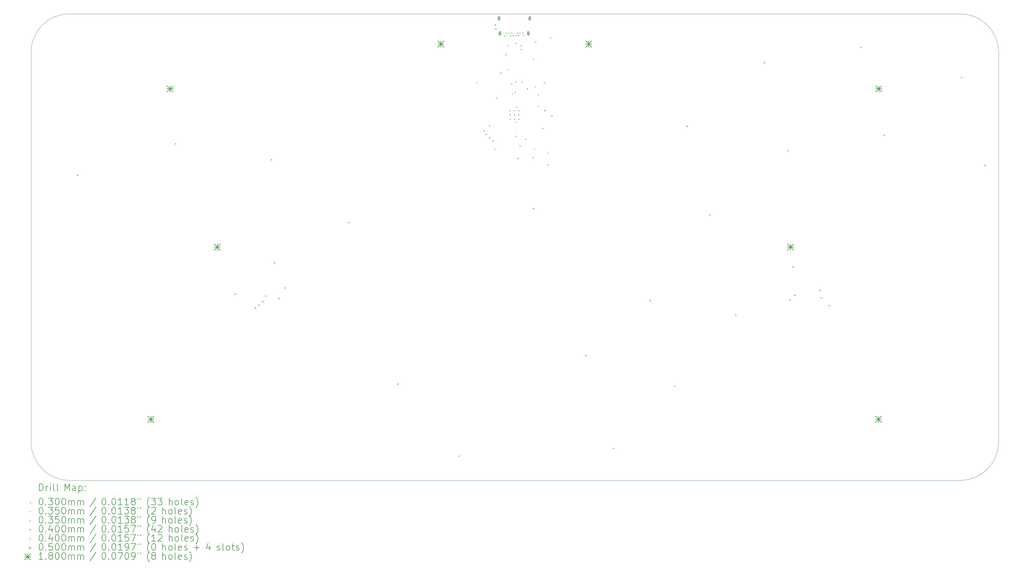
<source format=gbr>
%TF.GenerationSoftware,KiCad,Pcbnew,(7.0.0)*%
%TF.CreationDate,2023-03-26T02:59:33-07:00*%
%TF.ProjectId,HallBox,48616c6c-426f-4782-9e6b-696361645f70,rev?*%
%TF.SameCoordinates,Original*%
%TF.FileFunction,Drillmap*%
%TF.FilePolarity,Positive*%
%FSLAX45Y45*%
G04 Gerber Fmt 4.5, Leading zero omitted, Abs format (unit mm)*
G04 Created by KiCad (PCBNEW (7.0.0)) date 2023-03-26 02:59:33*
%MOMM*%
%LPD*%
G01*
G04 APERTURE LIST*
%ADD10C,0.100000*%
%ADD11C,0.200000*%
%ADD12C,0.030000*%
%ADD13C,0.035000*%
%ADD14C,0.040000*%
%ADD15C,0.050000*%
%ADD16C,0.180000*%
G04 APERTURE END LIST*
D10*
X6287797Y-15020725D02*
G75*
G03*
X7412797Y-16145725I1125000J0D01*
G01*
X34557805Y-3648725D02*
G75*
G03*
X33432797Y-2523725I-1125005J-5D01*
G01*
X33432797Y-16145725D02*
G75*
G03*
X34557797Y-15020725I0J1125000D01*
G01*
X7412797Y-2523725D02*
G75*
G03*
X6287797Y-3648725I0J-1125000D01*
G01*
X6287797Y-3648725D02*
X6287797Y-15020725D01*
X34557797Y-3648725D02*
X34557797Y-15020725D01*
X33432797Y-2523725D02*
X7412797Y-2523725D01*
X7412797Y-16145725D02*
X33432797Y-16145725D01*
D11*
D12*
X19299547Y-4515225D02*
X19329547Y-4545225D01*
X19329547Y-4515225D02*
X19299547Y-4545225D01*
X19668072Y-5774127D02*
X19698072Y-5804127D01*
X19698072Y-5774127D02*
X19668072Y-5804127D01*
X19823297Y-6459927D02*
X19853297Y-6489927D01*
X19853297Y-6459927D02*
X19823297Y-6489927D01*
X19871272Y-4961327D02*
X19901272Y-4991327D01*
X19901272Y-4961327D02*
X19871272Y-4991327D01*
X19998797Y-4235725D02*
X20028797Y-4265725D01*
X20028797Y-4235725D02*
X19998797Y-4265725D01*
X20136797Y-3703725D02*
X20166797Y-3733725D01*
X20166797Y-3703725D02*
X20136797Y-3733725D01*
X20196797Y-4131725D02*
X20226797Y-4161725D01*
X20226797Y-4131725D02*
X20196797Y-4161725D01*
X20203797Y-3439725D02*
X20233797Y-3469725D01*
X20233797Y-3439725D02*
X20203797Y-3469725D01*
X20315772Y-4542227D02*
X20345772Y-4572227D01*
X20345772Y-4542227D02*
X20315772Y-4572227D01*
X20331297Y-4845450D02*
X20361297Y-4875450D01*
X20361297Y-4845450D02*
X20331297Y-4875450D01*
X20417372Y-4796227D02*
X20447372Y-4826227D01*
X20447372Y-4796227D02*
X20417372Y-4826227D01*
X20426897Y-4493015D02*
X20456897Y-4523015D01*
X20456897Y-4493015D02*
X20426897Y-4523015D01*
X20429597Y-3369725D02*
X20459597Y-3399725D01*
X20459597Y-3369725D02*
X20429597Y-3399725D01*
X20430072Y-6078927D02*
X20460072Y-6108927D01*
X20460072Y-6078927D02*
X20430072Y-6108927D01*
X20493572Y-6726627D02*
X20523572Y-6756627D01*
X20523572Y-6726627D02*
X20493572Y-6756627D01*
X20557072Y-6358327D02*
X20587072Y-6388327D01*
X20587072Y-6358327D02*
X20557072Y-6388327D01*
X20588797Y-3439725D02*
X20618797Y-3469725D01*
X20618797Y-3439725D02*
X20588797Y-3469725D01*
X20597797Y-3549725D02*
X20627797Y-3579725D01*
X20627797Y-3549725D02*
X20597797Y-3579725D01*
X20617397Y-4493015D02*
X20647397Y-4523015D01*
X20647397Y-4493015D02*
X20617397Y-4523015D01*
X20722172Y-6167827D02*
X20752172Y-6197827D01*
X20752172Y-6167827D02*
X20722172Y-6197827D01*
X20772972Y-4694627D02*
X20802972Y-4724627D01*
X20802972Y-4694627D02*
X20772972Y-4724627D01*
X20938071Y-6707725D02*
X20968071Y-6737725D01*
X20968071Y-6707725D02*
X20938071Y-6737725D01*
X20953797Y-3825725D02*
X20983797Y-3855725D01*
X20983797Y-3825725D02*
X20953797Y-3855725D01*
X20978071Y-6455725D02*
X21008071Y-6485725D01*
X21008071Y-6455725D02*
X20978071Y-6485725D01*
X21001797Y-4632225D02*
X21031797Y-4662225D01*
X21031797Y-4632225D02*
X21001797Y-4662225D01*
X21011797Y-3318775D02*
X21041797Y-3348775D01*
X21041797Y-3318775D02*
X21011797Y-3348775D01*
X21090472Y-4875725D02*
X21120472Y-4905725D01*
X21120472Y-4875725D02*
X21090472Y-4905725D01*
X21092797Y-5206725D02*
X21122797Y-5236725D01*
X21122797Y-5206725D02*
X21092797Y-5236725D01*
X21226997Y-5851915D02*
X21256997Y-5881915D01*
X21256997Y-5851915D02*
X21226997Y-5881915D01*
X21262797Y-4516225D02*
X21292797Y-4546225D01*
X21292797Y-4516225D02*
X21262797Y-4546225D01*
X21370847Y-6577725D02*
X21400847Y-6607725D01*
X21400847Y-6577725D02*
X21370847Y-6607725D01*
X21371189Y-6911116D02*
X21401189Y-6941116D01*
X21401189Y-6911116D02*
X21371189Y-6941116D01*
X21462956Y-3215566D02*
X21492956Y-3245566D01*
X21492956Y-3215566D02*
X21462956Y-3245566D01*
D13*
X20487972Y-5683175D02*
G75*
G03*
X20487972Y-5683175I-17500J0D01*
G01*
X20500672Y-5259450D02*
G75*
G03*
X20500672Y-5259450I-17500J0D01*
G01*
X20282297Y-5328225D02*
X20282297Y-5363225D01*
X20264797Y-5345725D02*
X20299797Y-5345725D01*
X20282297Y-5455725D02*
X20282297Y-5490725D01*
X20264797Y-5473225D02*
X20299797Y-5473225D01*
X20282297Y-5583225D02*
X20282297Y-5618225D01*
X20264797Y-5600725D02*
X20299797Y-5600725D01*
X20409797Y-5328225D02*
X20409797Y-5363225D01*
X20392297Y-5345725D02*
X20427297Y-5345725D01*
X20409797Y-5455725D02*
X20409797Y-5490725D01*
X20392297Y-5473225D02*
X20427297Y-5473225D01*
X20409797Y-5583225D02*
X20409797Y-5618225D01*
X20392297Y-5600725D02*
X20427297Y-5600725D01*
X20537297Y-5328225D02*
X20537297Y-5363225D01*
X20519797Y-5345725D02*
X20554797Y-5345725D01*
X20537297Y-5455725D02*
X20537297Y-5490725D01*
X20519797Y-5473225D02*
X20554797Y-5473225D01*
X20537297Y-5583225D02*
X20537297Y-5618225D01*
X20519797Y-5600725D02*
X20554797Y-5600725D01*
D14*
X7656142Y-7244142D02*
X7656142Y-7215858D01*
X7627858Y-7215858D01*
X7627858Y-7244142D01*
X7656142Y-7244142D01*
X10522385Y-6327142D02*
X10522385Y-6298858D01*
X10494100Y-6298858D01*
X10494100Y-6327142D01*
X10522385Y-6327142D01*
X12264142Y-10717142D02*
X12264142Y-10688858D01*
X12235858Y-10688858D01*
X12235858Y-10717142D01*
X12264142Y-10717142D01*
X12855142Y-11127142D02*
X12855142Y-11098858D01*
X12826858Y-11098858D01*
X12826858Y-11127142D01*
X12855142Y-11127142D01*
X12950142Y-11041142D02*
X12950142Y-11012858D01*
X12921858Y-11012858D01*
X12921858Y-11041142D01*
X12950142Y-11041142D01*
X13069142Y-10939142D02*
X13069142Y-10910858D01*
X13040858Y-10910858D01*
X13040858Y-10939142D01*
X13069142Y-10939142D01*
X13158142Y-10776142D02*
X13158142Y-10747858D01*
X13129858Y-10747858D01*
X13129858Y-10776142D01*
X13158142Y-10776142D01*
X13327142Y-6795142D02*
X13327142Y-6766858D01*
X13298858Y-6766858D01*
X13298858Y-6795142D01*
X13327142Y-6795142D01*
X13412142Y-9805142D02*
X13412142Y-9776858D01*
X13383858Y-9776858D01*
X13383858Y-9805142D01*
X13412142Y-9805142D01*
X13546142Y-10846142D02*
X13546142Y-10817858D01*
X13517858Y-10817858D01*
X13517858Y-10846142D01*
X13546142Y-10846142D01*
X13724142Y-10540142D02*
X13724142Y-10511858D01*
X13695858Y-10511858D01*
X13695858Y-10540142D01*
X13724142Y-10540142D01*
X15588142Y-8621142D02*
X15588142Y-8592858D01*
X15559858Y-8592858D01*
X15559858Y-8621142D01*
X15588142Y-8621142D01*
X17017142Y-13345142D02*
X17017142Y-13316858D01*
X16988858Y-13316858D01*
X16988858Y-13345142D01*
X17017142Y-13345142D01*
X18809142Y-15448142D02*
X18809142Y-15419858D01*
X18780858Y-15419858D01*
X18780858Y-15448142D01*
X18809142Y-15448142D01*
X19537142Y-5946142D02*
X19537142Y-5917858D01*
X19508858Y-5917858D01*
X19508858Y-5946142D01*
X19537142Y-5946142D01*
X19598142Y-6055142D02*
X19598142Y-6026858D01*
X19569858Y-6026858D01*
X19569858Y-6055142D01*
X19598142Y-6055142D01*
X19699142Y-6156142D02*
X19699142Y-6127858D01*
X19670858Y-6127858D01*
X19670858Y-6156142D01*
X19699142Y-6156142D01*
X19805142Y-6244142D02*
X19805142Y-6215858D01*
X19776858Y-6215858D01*
X19776858Y-6244142D01*
X19805142Y-6244142D01*
X19865940Y-2861868D02*
X19865940Y-2833583D01*
X19837655Y-2833583D01*
X19837655Y-2861868D01*
X19865940Y-2861868D01*
X19875940Y-2971868D02*
X19875940Y-2943583D01*
X19847655Y-2943583D01*
X19847655Y-2971868D01*
X19875940Y-2971868D01*
X20984142Y-8218142D02*
X20984142Y-8189858D01*
X20955858Y-8189858D01*
X20955858Y-8218142D01*
X20984142Y-8218142D01*
X21313142Y-5355142D02*
X21313142Y-5326858D01*
X21284858Y-5326858D01*
X21284858Y-5355142D01*
X21313142Y-5355142D01*
X21517142Y-5516142D02*
X21517142Y-5487858D01*
X21488858Y-5487858D01*
X21488858Y-5516142D01*
X21517142Y-5516142D01*
X22512142Y-12510142D02*
X22512142Y-12481858D01*
X22483858Y-12481858D01*
X22483858Y-12510142D01*
X22512142Y-12510142D01*
X23318142Y-15222142D02*
X23318142Y-15193858D01*
X23289858Y-15193858D01*
X23289858Y-15222142D01*
X23318142Y-15222142D01*
X24389142Y-10905142D02*
X24389142Y-10876858D01*
X24360858Y-10876858D01*
X24360858Y-10905142D01*
X24389142Y-10905142D01*
X25102142Y-13408142D02*
X25102142Y-13379858D01*
X25073858Y-13379858D01*
X25073858Y-13408142D01*
X25102142Y-13408142D01*
X25470385Y-5816900D02*
X25470385Y-5788615D01*
X25442100Y-5788615D01*
X25442100Y-5816900D01*
X25470385Y-5816900D01*
X26130142Y-8403142D02*
X26130142Y-8374858D01*
X26101858Y-8374858D01*
X26101858Y-8403142D01*
X26130142Y-8403142D01*
X26890142Y-11332142D02*
X26890142Y-11303858D01*
X26861858Y-11303858D01*
X26861858Y-11332142D01*
X26890142Y-11332142D01*
X27724142Y-3963142D02*
X27724142Y-3934858D01*
X27695858Y-3934858D01*
X27695858Y-3963142D01*
X27724142Y-3963142D01*
X28414142Y-6531142D02*
X28414142Y-6502858D01*
X28385858Y-6502858D01*
X28385858Y-6531142D01*
X28414142Y-6531142D01*
X28470142Y-10886142D02*
X28470142Y-10857858D01*
X28441858Y-10857858D01*
X28441858Y-10886142D01*
X28470142Y-10886142D01*
X28555142Y-9923142D02*
X28555142Y-9894858D01*
X28526858Y-9894858D01*
X28526858Y-9923142D01*
X28555142Y-9923142D01*
X28613142Y-10751142D02*
X28613142Y-10722858D01*
X28584858Y-10722858D01*
X28584858Y-10751142D01*
X28613142Y-10751142D01*
X29342142Y-10608142D02*
X29342142Y-10579858D01*
X29313858Y-10579858D01*
X29313858Y-10608142D01*
X29342142Y-10608142D01*
X29384142Y-10824142D02*
X29384142Y-10795858D01*
X29355858Y-10795858D01*
X29355858Y-10824142D01*
X29384142Y-10824142D01*
X29619142Y-11051142D02*
X29619142Y-11022858D01*
X29590858Y-11022858D01*
X29590858Y-11051142D01*
X29619142Y-11051142D01*
X30540142Y-3519142D02*
X30540142Y-3490858D01*
X30511858Y-3490858D01*
X30511858Y-3519142D01*
X30540142Y-3519142D01*
X31227142Y-6085142D02*
X31227142Y-6056858D01*
X31198858Y-6056858D01*
X31198858Y-6085142D01*
X31227142Y-6085142D01*
X33486142Y-4393142D02*
X33486142Y-4364858D01*
X33457858Y-4364858D01*
X33457858Y-4393142D01*
X33486142Y-4393142D01*
X34171142Y-6960142D02*
X34171142Y-6931858D01*
X34142858Y-6931858D01*
X34142858Y-6960142D01*
X34171142Y-6960142D01*
X20129647Y-3174725D02*
X20149647Y-3154725D01*
X20129647Y-3134725D01*
X20109647Y-3154725D01*
X20129647Y-3174725D01*
X20169647Y-3104725D02*
X20189647Y-3084725D01*
X20169647Y-3064725D01*
X20149647Y-3084725D01*
X20169647Y-3104725D01*
X20249647Y-3104725D02*
X20269647Y-3084725D01*
X20249647Y-3064725D01*
X20229647Y-3084725D01*
X20249647Y-3104725D01*
X20289647Y-3174725D02*
X20309647Y-3154725D01*
X20289647Y-3134725D01*
X20269647Y-3154725D01*
X20289647Y-3174725D01*
X20329647Y-3104725D02*
X20349647Y-3084725D01*
X20329647Y-3064725D01*
X20309647Y-3084725D01*
X20329647Y-3104725D01*
X20369647Y-3174725D02*
X20389647Y-3154725D01*
X20369647Y-3134725D01*
X20349647Y-3154725D01*
X20369647Y-3174725D01*
X20449647Y-3174725D02*
X20469647Y-3154725D01*
X20449647Y-3134725D01*
X20429647Y-3154725D01*
X20449647Y-3174725D01*
X20489647Y-3104725D02*
X20509647Y-3084725D01*
X20489647Y-3064725D01*
X20469647Y-3084725D01*
X20489647Y-3104725D01*
X20529647Y-3174725D02*
X20549647Y-3154725D01*
X20529647Y-3134725D01*
X20509647Y-3154725D01*
X20529647Y-3174725D01*
X20569647Y-3104725D02*
X20589647Y-3084725D01*
X20569647Y-3064725D01*
X20549647Y-3084725D01*
X20569647Y-3104725D01*
X20649647Y-3104725D02*
X20669647Y-3084725D01*
X20649647Y-3064725D01*
X20629647Y-3084725D01*
X20649647Y-3104725D01*
X20689647Y-3174725D02*
X20709647Y-3154725D01*
X20689647Y-3134725D01*
X20669647Y-3154725D01*
X20689647Y-3174725D01*
D15*
X19935647Y-2630725D02*
X19985647Y-2680725D01*
X19985647Y-2630725D02*
X19935647Y-2680725D01*
X19985647Y-2655725D02*
G75*
G03*
X19985647Y-2655725I-25000J0D01*
G01*
D11*
X19985647Y-2685725D02*
X19985647Y-2625725D01*
X19985647Y-2625725D02*
G75*
G03*
X19935647Y-2625725I-25000J0D01*
G01*
X19935647Y-2625725D02*
X19935647Y-2685725D01*
X19935647Y-2685725D02*
G75*
G03*
X19985647Y-2685725I25000J0D01*
G01*
D15*
X19964147Y-3069725D02*
X20014147Y-3119725D01*
X20014147Y-3069725D02*
X19964147Y-3119725D01*
X20014147Y-3094725D02*
G75*
G03*
X20014147Y-3094725I-25000J0D01*
G01*
D11*
X20014147Y-3124725D02*
X20014147Y-3064725D01*
X20014147Y-3064725D02*
G75*
G03*
X19964147Y-3064725I-25000J0D01*
G01*
X19964147Y-3064725D02*
X19964147Y-3124725D01*
X19964147Y-3124725D02*
G75*
G03*
X20014147Y-3124725I25000J0D01*
G01*
D15*
X20790147Y-3069725D02*
X20840147Y-3119725D01*
X20840147Y-3069725D02*
X20790147Y-3119725D01*
X20840147Y-3094725D02*
G75*
G03*
X20840147Y-3094725I-25000J0D01*
G01*
D11*
X20840147Y-3124725D02*
X20840147Y-3064725D01*
X20840147Y-3064725D02*
G75*
G03*
X20790147Y-3064725I-25000J0D01*
G01*
X20790147Y-3064725D02*
X20790147Y-3124725D01*
X20790147Y-3124725D02*
G75*
G03*
X20840147Y-3124725I25000J0D01*
G01*
D15*
X20833647Y-2630725D02*
X20883647Y-2680725D01*
X20883647Y-2630725D02*
X20833647Y-2680725D01*
X20883647Y-2655725D02*
G75*
G03*
X20883647Y-2655725I-25000J0D01*
G01*
D11*
X20883647Y-2685725D02*
X20883647Y-2625725D01*
X20883647Y-2625725D02*
G75*
G03*
X20833647Y-2625725I-25000J0D01*
G01*
X20833647Y-2625725D02*
X20833647Y-2685725D01*
X20833647Y-2685725D02*
G75*
G03*
X20883647Y-2685725I25000J0D01*
G01*
D16*
X9701297Y-14273725D02*
X9881297Y-14453725D01*
X9881297Y-14273725D02*
X9701297Y-14453725D01*
X9791297Y-14273725D02*
X9791297Y-14453725D01*
X9701297Y-14363725D02*
X9881297Y-14363725D01*
X10261797Y-4625064D02*
X10441797Y-4805064D01*
X10441797Y-4625064D02*
X10261797Y-4805064D01*
X10351797Y-4625064D02*
X10351797Y-4805064D01*
X10261797Y-4715064D02*
X10441797Y-4715064D01*
X11638297Y-9244730D02*
X11818297Y-9424730D01*
X11818297Y-9244730D02*
X11638297Y-9424730D01*
X11728297Y-9244730D02*
X11728297Y-9424730D01*
X11638297Y-9334730D02*
X11818297Y-9334730D01*
X18171797Y-3317725D02*
X18351797Y-3497725D01*
X18351797Y-3317725D02*
X18171797Y-3497725D01*
X18261797Y-3317725D02*
X18261797Y-3497725D01*
X18171797Y-3407725D02*
X18351797Y-3407725D01*
X22490797Y-3317725D02*
X22670797Y-3497725D01*
X22670797Y-3317725D02*
X22490797Y-3497725D01*
X22580797Y-3317725D02*
X22580797Y-3497725D01*
X22490797Y-3407725D02*
X22670797Y-3407725D01*
X28389297Y-9244730D02*
X28569297Y-9424730D01*
X28569297Y-9244730D02*
X28389297Y-9424730D01*
X28479297Y-9244730D02*
X28479297Y-9424730D01*
X28389297Y-9334730D02*
X28569297Y-9334730D01*
X30961297Y-14273725D02*
X31141297Y-14453725D01*
X31141297Y-14273725D02*
X30961297Y-14453725D01*
X31051297Y-14273725D02*
X31051297Y-14453725D01*
X30961297Y-14363725D02*
X31141297Y-14363725D01*
X30967797Y-4625064D02*
X31147797Y-4805064D01*
X31147797Y-4625064D02*
X30967797Y-4805064D01*
X31057797Y-4625064D02*
X31057797Y-4805064D01*
X30967797Y-4715064D02*
X31147797Y-4715064D01*
D11*
X6530416Y-16444201D02*
X6530416Y-16244201D01*
X6530416Y-16244201D02*
X6578035Y-16244201D01*
X6578035Y-16244201D02*
X6606607Y-16253725D01*
X6606607Y-16253725D02*
X6625654Y-16272773D01*
X6625654Y-16272773D02*
X6635178Y-16291821D01*
X6635178Y-16291821D02*
X6644702Y-16329916D01*
X6644702Y-16329916D02*
X6644702Y-16358487D01*
X6644702Y-16358487D02*
X6635178Y-16396582D01*
X6635178Y-16396582D02*
X6625654Y-16415630D01*
X6625654Y-16415630D02*
X6606607Y-16434678D01*
X6606607Y-16434678D02*
X6578035Y-16444201D01*
X6578035Y-16444201D02*
X6530416Y-16444201D01*
X6730416Y-16444201D02*
X6730416Y-16310868D01*
X6730416Y-16348963D02*
X6739940Y-16329916D01*
X6739940Y-16329916D02*
X6749464Y-16320392D01*
X6749464Y-16320392D02*
X6768512Y-16310868D01*
X6768512Y-16310868D02*
X6787559Y-16310868D01*
X6854226Y-16444201D02*
X6854226Y-16310868D01*
X6854226Y-16244201D02*
X6844702Y-16253725D01*
X6844702Y-16253725D02*
X6854226Y-16263249D01*
X6854226Y-16263249D02*
X6863750Y-16253725D01*
X6863750Y-16253725D02*
X6854226Y-16244201D01*
X6854226Y-16244201D02*
X6854226Y-16263249D01*
X6978035Y-16444201D02*
X6958988Y-16434678D01*
X6958988Y-16434678D02*
X6949464Y-16415630D01*
X6949464Y-16415630D02*
X6949464Y-16244201D01*
X7082797Y-16444201D02*
X7063750Y-16434678D01*
X7063750Y-16434678D02*
X7054226Y-16415630D01*
X7054226Y-16415630D02*
X7054226Y-16244201D01*
X7278988Y-16444201D02*
X7278988Y-16244201D01*
X7278988Y-16244201D02*
X7345654Y-16387059D01*
X7345654Y-16387059D02*
X7412321Y-16244201D01*
X7412321Y-16244201D02*
X7412321Y-16444201D01*
X7593273Y-16444201D02*
X7593273Y-16339440D01*
X7593273Y-16339440D02*
X7583750Y-16320392D01*
X7583750Y-16320392D02*
X7564702Y-16310868D01*
X7564702Y-16310868D02*
X7526607Y-16310868D01*
X7526607Y-16310868D02*
X7507559Y-16320392D01*
X7593273Y-16434678D02*
X7574226Y-16444201D01*
X7574226Y-16444201D02*
X7526607Y-16444201D01*
X7526607Y-16444201D02*
X7507559Y-16434678D01*
X7507559Y-16434678D02*
X7498035Y-16415630D01*
X7498035Y-16415630D02*
X7498035Y-16396582D01*
X7498035Y-16396582D02*
X7507559Y-16377535D01*
X7507559Y-16377535D02*
X7526607Y-16368011D01*
X7526607Y-16368011D02*
X7574226Y-16368011D01*
X7574226Y-16368011D02*
X7593273Y-16358487D01*
X7688512Y-16310868D02*
X7688512Y-16510868D01*
X7688512Y-16320392D02*
X7707559Y-16310868D01*
X7707559Y-16310868D02*
X7745654Y-16310868D01*
X7745654Y-16310868D02*
X7764702Y-16320392D01*
X7764702Y-16320392D02*
X7774226Y-16329916D01*
X7774226Y-16329916D02*
X7783750Y-16348963D01*
X7783750Y-16348963D02*
X7783750Y-16406106D01*
X7783750Y-16406106D02*
X7774226Y-16425154D01*
X7774226Y-16425154D02*
X7764702Y-16434678D01*
X7764702Y-16434678D02*
X7745654Y-16444201D01*
X7745654Y-16444201D02*
X7707559Y-16444201D01*
X7707559Y-16444201D02*
X7688512Y-16434678D01*
X7869464Y-16425154D02*
X7878988Y-16434678D01*
X7878988Y-16434678D02*
X7869464Y-16444201D01*
X7869464Y-16444201D02*
X7859940Y-16434678D01*
X7859940Y-16434678D02*
X7869464Y-16425154D01*
X7869464Y-16425154D02*
X7869464Y-16444201D01*
X7869464Y-16320392D02*
X7878988Y-16329916D01*
X7878988Y-16329916D02*
X7869464Y-16339440D01*
X7869464Y-16339440D02*
X7859940Y-16329916D01*
X7859940Y-16329916D02*
X7869464Y-16320392D01*
X7869464Y-16320392D02*
X7869464Y-16339440D01*
D12*
X6252797Y-16775725D02*
X6282797Y-16805725D01*
X6282797Y-16775725D02*
X6252797Y-16805725D01*
D11*
X6568512Y-16664201D02*
X6587559Y-16664201D01*
X6587559Y-16664201D02*
X6606607Y-16673725D01*
X6606607Y-16673725D02*
X6616131Y-16683249D01*
X6616131Y-16683249D02*
X6625654Y-16702297D01*
X6625654Y-16702297D02*
X6635178Y-16740392D01*
X6635178Y-16740392D02*
X6635178Y-16788011D01*
X6635178Y-16788011D02*
X6625654Y-16826106D01*
X6625654Y-16826106D02*
X6616131Y-16845154D01*
X6616131Y-16845154D02*
X6606607Y-16854678D01*
X6606607Y-16854678D02*
X6587559Y-16864202D01*
X6587559Y-16864202D02*
X6568512Y-16864202D01*
X6568512Y-16864202D02*
X6549464Y-16854678D01*
X6549464Y-16854678D02*
X6539940Y-16845154D01*
X6539940Y-16845154D02*
X6530416Y-16826106D01*
X6530416Y-16826106D02*
X6520893Y-16788011D01*
X6520893Y-16788011D02*
X6520893Y-16740392D01*
X6520893Y-16740392D02*
X6530416Y-16702297D01*
X6530416Y-16702297D02*
X6539940Y-16683249D01*
X6539940Y-16683249D02*
X6549464Y-16673725D01*
X6549464Y-16673725D02*
X6568512Y-16664201D01*
X6720893Y-16845154D02*
X6730416Y-16854678D01*
X6730416Y-16854678D02*
X6720893Y-16864202D01*
X6720893Y-16864202D02*
X6711369Y-16854678D01*
X6711369Y-16854678D02*
X6720893Y-16845154D01*
X6720893Y-16845154D02*
X6720893Y-16864202D01*
X6797083Y-16664201D02*
X6920893Y-16664201D01*
X6920893Y-16664201D02*
X6854226Y-16740392D01*
X6854226Y-16740392D02*
X6882797Y-16740392D01*
X6882797Y-16740392D02*
X6901845Y-16749916D01*
X6901845Y-16749916D02*
X6911369Y-16759440D01*
X6911369Y-16759440D02*
X6920893Y-16778487D01*
X6920893Y-16778487D02*
X6920893Y-16826106D01*
X6920893Y-16826106D02*
X6911369Y-16845154D01*
X6911369Y-16845154D02*
X6901845Y-16854678D01*
X6901845Y-16854678D02*
X6882797Y-16864202D01*
X6882797Y-16864202D02*
X6825654Y-16864202D01*
X6825654Y-16864202D02*
X6806607Y-16854678D01*
X6806607Y-16854678D02*
X6797083Y-16845154D01*
X7044702Y-16664201D02*
X7063750Y-16664201D01*
X7063750Y-16664201D02*
X7082797Y-16673725D01*
X7082797Y-16673725D02*
X7092321Y-16683249D01*
X7092321Y-16683249D02*
X7101845Y-16702297D01*
X7101845Y-16702297D02*
X7111369Y-16740392D01*
X7111369Y-16740392D02*
X7111369Y-16788011D01*
X7111369Y-16788011D02*
X7101845Y-16826106D01*
X7101845Y-16826106D02*
X7092321Y-16845154D01*
X7092321Y-16845154D02*
X7082797Y-16854678D01*
X7082797Y-16854678D02*
X7063750Y-16864202D01*
X7063750Y-16864202D02*
X7044702Y-16864202D01*
X7044702Y-16864202D02*
X7025654Y-16854678D01*
X7025654Y-16854678D02*
X7016131Y-16845154D01*
X7016131Y-16845154D02*
X7006607Y-16826106D01*
X7006607Y-16826106D02*
X6997083Y-16788011D01*
X6997083Y-16788011D02*
X6997083Y-16740392D01*
X6997083Y-16740392D02*
X7006607Y-16702297D01*
X7006607Y-16702297D02*
X7016131Y-16683249D01*
X7016131Y-16683249D02*
X7025654Y-16673725D01*
X7025654Y-16673725D02*
X7044702Y-16664201D01*
X7235178Y-16664201D02*
X7254226Y-16664201D01*
X7254226Y-16664201D02*
X7273274Y-16673725D01*
X7273274Y-16673725D02*
X7282797Y-16683249D01*
X7282797Y-16683249D02*
X7292321Y-16702297D01*
X7292321Y-16702297D02*
X7301845Y-16740392D01*
X7301845Y-16740392D02*
X7301845Y-16788011D01*
X7301845Y-16788011D02*
X7292321Y-16826106D01*
X7292321Y-16826106D02*
X7282797Y-16845154D01*
X7282797Y-16845154D02*
X7273274Y-16854678D01*
X7273274Y-16854678D02*
X7254226Y-16864202D01*
X7254226Y-16864202D02*
X7235178Y-16864202D01*
X7235178Y-16864202D02*
X7216131Y-16854678D01*
X7216131Y-16854678D02*
X7206607Y-16845154D01*
X7206607Y-16845154D02*
X7197083Y-16826106D01*
X7197083Y-16826106D02*
X7187559Y-16788011D01*
X7187559Y-16788011D02*
X7187559Y-16740392D01*
X7187559Y-16740392D02*
X7197083Y-16702297D01*
X7197083Y-16702297D02*
X7206607Y-16683249D01*
X7206607Y-16683249D02*
X7216131Y-16673725D01*
X7216131Y-16673725D02*
X7235178Y-16664201D01*
X7387559Y-16864202D02*
X7387559Y-16730868D01*
X7387559Y-16749916D02*
X7397083Y-16740392D01*
X7397083Y-16740392D02*
X7416131Y-16730868D01*
X7416131Y-16730868D02*
X7444702Y-16730868D01*
X7444702Y-16730868D02*
X7463750Y-16740392D01*
X7463750Y-16740392D02*
X7473274Y-16759440D01*
X7473274Y-16759440D02*
X7473274Y-16864202D01*
X7473274Y-16759440D02*
X7482797Y-16740392D01*
X7482797Y-16740392D02*
X7501845Y-16730868D01*
X7501845Y-16730868D02*
X7530416Y-16730868D01*
X7530416Y-16730868D02*
X7549464Y-16740392D01*
X7549464Y-16740392D02*
X7558988Y-16759440D01*
X7558988Y-16759440D02*
X7558988Y-16864202D01*
X7654226Y-16864202D02*
X7654226Y-16730868D01*
X7654226Y-16749916D02*
X7663750Y-16740392D01*
X7663750Y-16740392D02*
X7682797Y-16730868D01*
X7682797Y-16730868D02*
X7711369Y-16730868D01*
X7711369Y-16730868D02*
X7730416Y-16740392D01*
X7730416Y-16740392D02*
X7739940Y-16759440D01*
X7739940Y-16759440D02*
X7739940Y-16864202D01*
X7739940Y-16759440D02*
X7749464Y-16740392D01*
X7749464Y-16740392D02*
X7768512Y-16730868D01*
X7768512Y-16730868D02*
X7797083Y-16730868D01*
X7797083Y-16730868D02*
X7816131Y-16740392D01*
X7816131Y-16740392D02*
X7825655Y-16759440D01*
X7825655Y-16759440D02*
X7825655Y-16864202D01*
X8183750Y-16654678D02*
X8012321Y-16911821D01*
X8408512Y-16664201D02*
X8427559Y-16664201D01*
X8427559Y-16664201D02*
X8446607Y-16673725D01*
X8446607Y-16673725D02*
X8456131Y-16683249D01*
X8456131Y-16683249D02*
X8465655Y-16702297D01*
X8465655Y-16702297D02*
X8475178Y-16740392D01*
X8475178Y-16740392D02*
X8475178Y-16788011D01*
X8475178Y-16788011D02*
X8465655Y-16826106D01*
X8465655Y-16826106D02*
X8456131Y-16845154D01*
X8456131Y-16845154D02*
X8446607Y-16854678D01*
X8446607Y-16854678D02*
X8427559Y-16864202D01*
X8427559Y-16864202D02*
X8408512Y-16864202D01*
X8408512Y-16864202D02*
X8389464Y-16854678D01*
X8389464Y-16854678D02*
X8379940Y-16845154D01*
X8379940Y-16845154D02*
X8370416Y-16826106D01*
X8370416Y-16826106D02*
X8360893Y-16788011D01*
X8360893Y-16788011D02*
X8360893Y-16740392D01*
X8360893Y-16740392D02*
X8370416Y-16702297D01*
X8370416Y-16702297D02*
X8379940Y-16683249D01*
X8379940Y-16683249D02*
X8389464Y-16673725D01*
X8389464Y-16673725D02*
X8408512Y-16664201D01*
X8560893Y-16845154D02*
X8570417Y-16854678D01*
X8570417Y-16854678D02*
X8560893Y-16864202D01*
X8560893Y-16864202D02*
X8551369Y-16854678D01*
X8551369Y-16854678D02*
X8560893Y-16845154D01*
X8560893Y-16845154D02*
X8560893Y-16864202D01*
X8694226Y-16664201D02*
X8713274Y-16664201D01*
X8713274Y-16664201D02*
X8732321Y-16673725D01*
X8732321Y-16673725D02*
X8741845Y-16683249D01*
X8741845Y-16683249D02*
X8751369Y-16702297D01*
X8751369Y-16702297D02*
X8760893Y-16740392D01*
X8760893Y-16740392D02*
X8760893Y-16788011D01*
X8760893Y-16788011D02*
X8751369Y-16826106D01*
X8751369Y-16826106D02*
X8741845Y-16845154D01*
X8741845Y-16845154D02*
X8732321Y-16854678D01*
X8732321Y-16854678D02*
X8713274Y-16864202D01*
X8713274Y-16864202D02*
X8694226Y-16864202D01*
X8694226Y-16864202D02*
X8675178Y-16854678D01*
X8675178Y-16854678D02*
X8665655Y-16845154D01*
X8665655Y-16845154D02*
X8656131Y-16826106D01*
X8656131Y-16826106D02*
X8646607Y-16788011D01*
X8646607Y-16788011D02*
X8646607Y-16740392D01*
X8646607Y-16740392D02*
X8656131Y-16702297D01*
X8656131Y-16702297D02*
X8665655Y-16683249D01*
X8665655Y-16683249D02*
X8675178Y-16673725D01*
X8675178Y-16673725D02*
X8694226Y-16664201D01*
X8951369Y-16864202D02*
X8837083Y-16864202D01*
X8894226Y-16864202D02*
X8894226Y-16664201D01*
X8894226Y-16664201D02*
X8875178Y-16692773D01*
X8875178Y-16692773D02*
X8856131Y-16711821D01*
X8856131Y-16711821D02*
X8837083Y-16721344D01*
X9141845Y-16864202D02*
X9027559Y-16864202D01*
X9084702Y-16864202D02*
X9084702Y-16664201D01*
X9084702Y-16664201D02*
X9065655Y-16692773D01*
X9065655Y-16692773D02*
X9046607Y-16711821D01*
X9046607Y-16711821D02*
X9027559Y-16721344D01*
X9256131Y-16749916D02*
X9237083Y-16740392D01*
X9237083Y-16740392D02*
X9227559Y-16730868D01*
X9227559Y-16730868D02*
X9218036Y-16711821D01*
X9218036Y-16711821D02*
X9218036Y-16702297D01*
X9218036Y-16702297D02*
X9227559Y-16683249D01*
X9227559Y-16683249D02*
X9237083Y-16673725D01*
X9237083Y-16673725D02*
X9256131Y-16664201D01*
X9256131Y-16664201D02*
X9294226Y-16664201D01*
X9294226Y-16664201D02*
X9313274Y-16673725D01*
X9313274Y-16673725D02*
X9322798Y-16683249D01*
X9322798Y-16683249D02*
X9332321Y-16702297D01*
X9332321Y-16702297D02*
X9332321Y-16711821D01*
X9332321Y-16711821D02*
X9322798Y-16730868D01*
X9322798Y-16730868D02*
X9313274Y-16740392D01*
X9313274Y-16740392D02*
X9294226Y-16749916D01*
X9294226Y-16749916D02*
X9256131Y-16749916D01*
X9256131Y-16749916D02*
X9237083Y-16759440D01*
X9237083Y-16759440D02*
X9227559Y-16768963D01*
X9227559Y-16768963D02*
X9218036Y-16788011D01*
X9218036Y-16788011D02*
X9218036Y-16826106D01*
X9218036Y-16826106D02*
X9227559Y-16845154D01*
X9227559Y-16845154D02*
X9237083Y-16854678D01*
X9237083Y-16854678D02*
X9256131Y-16864202D01*
X9256131Y-16864202D02*
X9294226Y-16864202D01*
X9294226Y-16864202D02*
X9313274Y-16854678D01*
X9313274Y-16854678D02*
X9322798Y-16845154D01*
X9322798Y-16845154D02*
X9332321Y-16826106D01*
X9332321Y-16826106D02*
X9332321Y-16788011D01*
X9332321Y-16788011D02*
X9322798Y-16768963D01*
X9322798Y-16768963D02*
X9313274Y-16759440D01*
X9313274Y-16759440D02*
X9294226Y-16749916D01*
X9408512Y-16664201D02*
X9408512Y-16702297D01*
X9484702Y-16664201D02*
X9484702Y-16702297D01*
X9747560Y-16940392D02*
X9738036Y-16930868D01*
X9738036Y-16930868D02*
X9718988Y-16902297D01*
X9718988Y-16902297D02*
X9709464Y-16883249D01*
X9709464Y-16883249D02*
X9699940Y-16854678D01*
X9699940Y-16854678D02*
X9690417Y-16807059D01*
X9690417Y-16807059D02*
X9690417Y-16768963D01*
X9690417Y-16768963D02*
X9699940Y-16721344D01*
X9699940Y-16721344D02*
X9709464Y-16692773D01*
X9709464Y-16692773D02*
X9718988Y-16673725D01*
X9718988Y-16673725D02*
X9738036Y-16645154D01*
X9738036Y-16645154D02*
X9747560Y-16635630D01*
X9804702Y-16664201D02*
X9928512Y-16664201D01*
X9928512Y-16664201D02*
X9861845Y-16740392D01*
X9861845Y-16740392D02*
X9890417Y-16740392D01*
X9890417Y-16740392D02*
X9909464Y-16749916D01*
X9909464Y-16749916D02*
X9918988Y-16759440D01*
X9918988Y-16759440D02*
X9928512Y-16778487D01*
X9928512Y-16778487D02*
X9928512Y-16826106D01*
X9928512Y-16826106D02*
X9918988Y-16845154D01*
X9918988Y-16845154D02*
X9909464Y-16854678D01*
X9909464Y-16854678D02*
X9890417Y-16864202D01*
X9890417Y-16864202D02*
X9833274Y-16864202D01*
X9833274Y-16864202D02*
X9814226Y-16854678D01*
X9814226Y-16854678D02*
X9804702Y-16845154D01*
X9995179Y-16664201D02*
X10118988Y-16664201D01*
X10118988Y-16664201D02*
X10052321Y-16740392D01*
X10052321Y-16740392D02*
X10080893Y-16740392D01*
X10080893Y-16740392D02*
X10099940Y-16749916D01*
X10099940Y-16749916D02*
X10109464Y-16759440D01*
X10109464Y-16759440D02*
X10118988Y-16778487D01*
X10118988Y-16778487D02*
X10118988Y-16826106D01*
X10118988Y-16826106D02*
X10109464Y-16845154D01*
X10109464Y-16845154D02*
X10099940Y-16854678D01*
X10099940Y-16854678D02*
X10080893Y-16864202D01*
X10080893Y-16864202D02*
X10023750Y-16864202D01*
X10023750Y-16864202D02*
X10004702Y-16854678D01*
X10004702Y-16854678D02*
X9995179Y-16845154D01*
X10324702Y-16864202D02*
X10324702Y-16664201D01*
X10410417Y-16864202D02*
X10410417Y-16759440D01*
X10410417Y-16759440D02*
X10400893Y-16740392D01*
X10400893Y-16740392D02*
X10381845Y-16730868D01*
X10381845Y-16730868D02*
X10353274Y-16730868D01*
X10353274Y-16730868D02*
X10334226Y-16740392D01*
X10334226Y-16740392D02*
X10324702Y-16749916D01*
X10534226Y-16864202D02*
X10515179Y-16854678D01*
X10515179Y-16854678D02*
X10505655Y-16845154D01*
X10505655Y-16845154D02*
X10496131Y-16826106D01*
X10496131Y-16826106D02*
X10496131Y-16768963D01*
X10496131Y-16768963D02*
X10505655Y-16749916D01*
X10505655Y-16749916D02*
X10515179Y-16740392D01*
X10515179Y-16740392D02*
X10534226Y-16730868D01*
X10534226Y-16730868D02*
X10562798Y-16730868D01*
X10562798Y-16730868D02*
X10581845Y-16740392D01*
X10581845Y-16740392D02*
X10591369Y-16749916D01*
X10591369Y-16749916D02*
X10600893Y-16768963D01*
X10600893Y-16768963D02*
X10600893Y-16826106D01*
X10600893Y-16826106D02*
X10591369Y-16845154D01*
X10591369Y-16845154D02*
X10581845Y-16854678D01*
X10581845Y-16854678D02*
X10562798Y-16864202D01*
X10562798Y-16864202D02*
X10534226Y-16864202D01*
X10715179Y-16864202D02*
X10696131Y-16854678D01*
X10696131Y-16854678D02*
X10686607Y-16835630D01*
X10686607Y-16835630D02*
X10686607Y-16664201D01*
X10867560Y-16854678D02*
X10848512Y-16864202D01*
X10848512Y-16864202D02*
X10810417Y-16864202D01*
X10810417Y-16864202D02*
X10791369Y-16854678D01*
X10791369Y-16854678D02*
X10781845Y-16835630D01*
X10781845Y-16835630D02*
X10781845Y-16759440D01*
X10781845Y-16759440D02*
X10791369Y-16740392D01*
X10791369Y-16740392D02*
X10810417Y-16730868D01*
X10810417Y-16730868D02*
X10848512Y-16730868D01*
X10848512Y-16730868D02*
X10867560Y-16740392D01*
X10867560Y-16740392D02*
X10877083Y-16759440D01*
X10877083Y-16759440D02*
X10877083Y-16778487D01*
X10877083Y-16778487D02*
X10781845Y-16797535D01*
X10953274Y-16854678D02*
X10972321Y-16864202D01*
X10972321Y-16864202D02*
X11010417Y-16864202D01*
X11010417Y-16864202D02*
X11029464Y-16854678D01*
X11029464Y-16854678D02*
X11038988Y-16835630D01*
X11038988Y-16835630D02*
X11038988Y-16826106D01*
X11038988Y-16826106D02*
X11029464Y-16807059D01*
X11029464Y-16807059D02*
X11010417Y-16797535D01*
X11010417Y-16797535D02*
X10981845Y-16797535D01*
X10981845Y-16797535D02*
X10962798Y-16788011D01*
X10962798Y-16788011D02*
X10953274Y-16768963D01*
X10953274Y-16768963D02*
X10953274Y-16759440D01*
X10953274Y-16759440D02*
X10962798Y-16740392D01*
X10962798Y-16740392D02*
X10981845Y-16730868D01*
X10981845Y-16730868D02*
X11010417Y-16730868D01*
X11010417Y-16730868D02*
X11029464Y-16740392D01*
X11105655Y-16940392D02*
X11115179Y-16930868D01*
X11115179Y-16930868D02*
X11134226Y-16902297D01*
X11134226Y-16902297D02*
X11143750Y-16883249D01*
X11143750Y-16883249D02*
X11153274Y-16854678D01*
X11153274Y-16854678D02*
X11162798Y-16807059D01*
X11162798Y-16807059D02*
X11162798Y-16768963D01*
X11162798Y-16768963D02*
X11153274Y-16721344D01*
X11153274Y-16721344D02*
X11143750Y-16692773D01*
X11143750Y-16692773D02*
X11134226Y-16673725D01*
X11134226Y-16673725D02*
X11115179Y-16645154D01*
X11115179Y-16645154D02*
X11105655Y-16635630D01*
D13*
X6282797Y-17054725D02*
G75*
G03*
X6282797Y-17054725I-17500J0D01*
G01*
D11*
X6568512Y-16928202D02*
X6587559Y-16928202D01*
X6587559Y-16928202D02*
X6606607Y-16937725D01*
X6606607Y-16937725D02*
X6616131Y-16947249D01*
X6616131Y-16947249D02*
X6625654Y-16966297D01*
X6625654Y-16966297D02*
X6635178Y-17004392D01*
X6635178Y-17004392D02*
X6635178Y-17052011D01*
X6635178Y-17052011D02*
X6625654Y-17090106D01*
X6625654Y-17090106D02*
X6616131Y-17109154D01*
X6616131Y-17109154D02*
X6606607Y-17118678D01*
X6606607Y-17118678D02*
X6587559Y-17128202D01*
X6587559Y-17128202D02*
X6568512Y-17128202D01*
X6568512Y-17128202D02*
X6549464Y-17118678D01*
X6549464Y-17118678D02*
X6539940Y-17109154D01*
X6539940Y-17109154D02*
X6530416Y-17090106D01*
X6530416Y-17090106D02*
X6520893Y-17052011D01*
X6520893Y-17052011D02*
X6520893Y-17004392D01*
X6520893Y-17004392D02*
X6530416Y-16966297D01*
X6530416Y-16966297D02*
X6539940Y-16947249D01*
X6539940Y-16947249D02*
X6549464Y-16937725D01*
X6549464Y-16937725D02*
X6568512Y-16928202D01*
X6720893Y-17109154D02*
X6730416Y-17118678D01*
X6730416Y-17118678D02*
X6720893Y-17128202D01*
X6720893Y-17128202D02*
X6711369Y-17118678D01*
X6711369Y-17118678D02*
X6720893Y-17109154D01*
X6720893Y-17109154D02*
X6720893Y-17128202D01*
X6797083Y-16928202D02*
X6920893Y-16928202D01*
X6920893Y-16928202D02*
X6854226Y-17004392D01*
X6854226Y-17004392D02*
X6882797Y-17004392D01*
X6882797Y-17004392D02*
X6901845Y-17013916D01*
X6901845Y-17013916D02*
X6911369Y-17023440D01*
X6911369Y-17023440D02*
X6920893Y-17042487D01*
X6920893Y-17042487D02*
X6920893Y-17090106D01*
X6920893Y-17090106D02*
X6911369Y-17109154D01*
X6911369Y-17109154D02*
X6901845Y-17118678D01*
X6901845Y-17118678D02*
X6882797Y-17128202D01*
X6882797Y-17128202D02*
X6825654Y-17128202D01*
X6825654Y-17128202D02*
X6806607Y-17118678D01*
X6806607Y-17118678D02*
X6797083Y-17109154D01*
X7101845Y-16928202D02*
X7006607Y-16928202D01*
X7006607Y-16928202D02*
X6997083Y-17023440D01*
X6997083Y-17023440D02*
X7006607Y-17013916D01*
X7006607Y-17013916D02*
X7025654Y-17004392D01*
X7025654Y-17004392D02*
X7073274Y-17004392D01*
X7073274Y-17004392D02*
X7092321Y-17013916D01*
X7092321Y-17013916D02*
X7101845Y-17023440D01*
X7101845Y-17023440D02*
X7111369Y-17042487D01*
X7111369Y-17042487D02*
X7111369Y-17090106D01*
X7111369Y-17090106D02*
X7101845Y-17109154D01*
X7101845Y-17109154D02*
X7092321Y-17118678D01*
X7092321Y-17118678D02*
X7073274Y-17128202D01*
X7073274Y-17128202D02*
X7025654Y-17128202D01*
X7025654Y-17128202D02*
X7006607Y-17118678D01*
X7006607Y-17118678D02*
X6997083Y-17109154D01*
X7235178Y-16928202D02*
X7254226Y-16928202D01*
X7254226Y-16928202D02*
X7273274Y-16937725D01*
X7273274Y-16937725D02*
X7282797Y-16947249D01*
X7282797Y-16947249D02*
X7292321Y-16966297D01*
X7292321Y-16966297D02*
X7301845Y-17004392D01*
X7301845Y-17004392D02*
X7301845Y-17052011D01*
X7301845Y-17052011D02*
X7292321Y-17090106D01*
X7292321Y-17090106D02*
X7282797Y-17109154D01*
X7282797Y-17109154D02*
X7273274Y-17118678D01*
X7273274Y-17118678D02*
X7254226Y-17128202D01*
X7254226Y-17128202D02*
X7235178Y-17128202D01*
X7235178Y-17128202D02*
X7216131Y-17118678D01*
X7216131Y-17118678D02*
X7206607Y-17109154D01*
X7206607Y-17109154D02*
X7197083Y-17090106D01*
X7197083Y-17090106D02*
X7187559Y-17052011D01*
X7187559Y-17052011D02*
X7187559Y-17004392D01*
X7187559Y-17004392D02*
X7197083Y-16966297D01*
X7197083Y-16966297D02*
X7206607Y-16947249D01*
X7206607Y-16947249D02*
X7216131Y-16937725D01*
X7216131Y-16937725D02*
X7235178Y-16928202D01*
X7387559Y-17128202D02*
X7387559Y-16994868D01*
X7387559Y-17013916D02*
X7397083Y-17004392D01*
X7397083Y-17004392D02*
X7416131Y-16994868D01*
X7416131Y-16994868D02*
X7444702Y-16994868D01*
X7444702Y-16994868D02*
X7463750Y-17004392D01*
X7463750Y-17004392D02*
X7473274Y-17023440D01*
X7473274Y-17023440D02*
X7473274Y-17128202D01*
X7473274Y-17023440D02*
X7482797Y-17004392D01*
X7482797Y-17004392D02*
X7501845Y-16994868D01*
X7501845Y-16994868D02*
X7530416Y-16994868D01*
X7530416Y-16994868D02*
X7549464Y-17004392D01*
X7549464Y-17004392D02*
X7558988Y-17023440D01*
X7558988Y-17023440D02*
X7558988Y-17128202D01*
X7654226Y-17128202D02*
X7654226Y-16994868D01*
X7654226Y-17013916D02*
X7663750Y-17004392D01*
X7663750Y-17004392D02*
X7682797Y-16994868D01*
X7682797Y-16994868D02*
X7711369Y-16994868D01*
X7711369Y-16994868D02*
X7730416Y-17004392D01*
X7730416Y-17004392D02*
X7739940Y-17023440D01*
X7739940Y-17023440D02*
X7739940Y-17128202D01*
X7739940Y-17023440D02*
X7749464Y-17004392D01*
X7749464Y-17004392D02*
X7768512Y-16994868D01*
X7768512Y-16994868D02*
X7797083Y-16994868D01*
X7797083Y-16994868D02*
X7816131Y-17004392D01*
X7816131Y-17004392D02*
X7825655Y-17023440D01*
X7825655Y-17023440D02*
X7825655Y-17128202D01*
X8183750Y-16918678D02*
X8012321Y-17175821D01*
X8408512Y-16928202D02*
X8427559Y-16928202D01*
X8427559Y-16928202D02*
X8446607Y-16937725D01*
X8446607Y-16937725D02*
X8456131Y-16947249D01*
X8456131Y-16947249D02*
X8465655Y-16966297D01*
X8465655Y-16966297D02*
X8475178Y-17004392D01*
X8475178Y-17004392D02*
X8475178Y-17052011D01*
X8475178Y-17052011D02*
X8465655Y-17090106D01*
X8465655Y-17090106D02*
X8456131Y-17109154D01*
X8456131Y-17109154D02*
X8446607Y-17118678D01*
X8446607Y-17118678D02*
X8427559Y-17128202D01*
X8427559Y-17128202D02*
X8408512Y-17128202D01*
X8408512Y-17128202D02*
X8389464Y-17118678D01*
X8389464Y-17118678D02*
X8379940Y-17109154D01*
X8379940Y-17109154D02*
X8370416Y-17090106D01*
X8370416Y-17090106D02*
X8360893Y-17052011D01*
X8360893Y-17052011D02*
X8360893Y-17004392D01*
X8360893Y-17004392D02*
X8370416Y-16966297D01*
X8370416Y-16966297D02*
X8379940Y-16947249D01*
X8379940Y-16947249D02*
X8389464Y-16937725D01*
X8389464Y-16937725D02*
X8408512Y-16928202D01*
X8560893Y-17109154D02*
X8570417Y-17118678D01*
X8570417Y-17118678D02*
X8560893Y-17128202D01*
X8560893Y-17128202D02*
X8551369Y-17118678D01*
X8551369Y-17118678D02*
X8560893Y-17109154D01*
X8560893Y-17109154D02*
X8560893Y-17128202D01*
X8694226Y-16928202D02*
X8713274Y-16928202D01*
X8713274Y-16928202D02*
X8732321Y-16937725D01*
X8732321Y-16937725D02*
X8741845Y-16947249D01*
X8741845Y-16947249D02*
X8751369Y-16966297D01*
X8751369Y-16966297D02*
X8760893Y-17004392D01*
X8760893Y-17004392D02*
X8760893Y-17052011D01*
X8760893Y-17052011D02*
X8751369Y-17090106D01*
X8751369Y-17090106D02*
X8741845Y-17109154D01*
X8741845Y-17109154D02*
X8732321Y-17118678D01*
X8732321Y-17118678D02*
X8713274Y-17128202D01*
X8713274Y-17128202D02*
X8694226Y-17128202D01*
X8694226Y-17128202D02*
X8675178Y-17118678D01*
X8675178Y-17118678D02*
X8665655Y-17109154D01*
X8665655Y-17109154D02*
X8656131Y-17090106D01*
X8656131Y-17090106D02*
X8646607Y-17052011D01*
X8646607Y-17052011D02*
X8646607Y-17004392D01*
X8646607Y-17004392D02*
X8656131Y-16966297D01*
X8656131Y-16966297D02*
X8665655Y-16947249D01*
X8665655Y-16947249D02*
X8675178Y-16937725D01*
X8675178Y-16937725D02*
X8694226Y-16928202D01*
X8951369Y-17128202D02*
X8837083Y-17128202D01*
X8894226Y-17128202D02*
X8894226Y-16928202D01*
X8894226Y-16928202D02*
X8875178Y-16956773D01*
X8875178Y-16956773D02*
X8856131Y-16975821D01*
X8856131Y-16975821D02*
X8837083Y-16985344D01*
X9018036Y-16928202D02*
X9141845Y-16928202D01*
X9141845Y-16928202D02*
X9075178Y-17004392D01*
X9075178Y-17004392D02*
X9103750Y-17004392D01*
X9103750Y-17004392D02*
X9122798Y-17013916D01*
X9122798Y-17013916D02*
X9132321Y-17023440D01*
X9132321Y-17023440D02*
X9141845Y-17042487D01*
X9141845Y-17042487D02*
X9141845Y-17090106D01*
X9141845Y-17090106D02*
X9132321Y-17109154D01*
X9132321Y-17109154D02*
X9122798Y-17118678D01*
X9122798Y-17118678D02*
X9103750Y-17128202D01*
X9103750Y-17128202D02*
X9046607Y-17128202D01*
X9046607Y-17128202D02*
X9027559Y-17118678D01*
X9027559Y-17118678D02*
X9018036Y-17109154D01*
X9256131Y-17013916D02*
X9237083Y-17004392D01*
X9237083Y-17004392D02*
X9227559Y-16994868D01*
X9227559Y-16994868D02*
X9218036Y-16975821D01*
X9218036Y-16975821D02*
X9218036Y-16966297D01*
X9218036Y-16966297D02*
X9227559Y-16947249D01*
X9227559Y-16947249D02*
X9237083Y-16937725D01*
X9237083Y-16937725D02*
X9256131Y-16928202D01*
X9256131Y-16928202D02*
X9294226Y-16928202D01*
X9294226Y-16928202D02*
X9313274Y-16937725D01*
X9313274Y-16937725D02*
X9322798Y-16947249D01*
X9322798Y-16947249D02*
X9332321Y-16966297D01*
X9332321Y-16966297D02*
X9332321Y-16975821D01*
X9332321Y-16975821D02*
X9322798Y-16994868D01*
X9322798Y-16994868D02*
X9313274Y-17004392D01*
X9313274Y-17004392D02*
X9294226Y-17013916D01*
X9294226Y-17013916D02*
X9256131Y-17013916D01*
X9256131Y-17013916D02*
X9237083Y-17023440D01*
X9237083Y-17023440D02*
X9227559Y-17032963D01*
X9227559Y-17032963D02*
X9218036Y-17052011D01*
X9218036Y-17052011D02*
X9218036Y-17090106D01*
X9218036Y-17090106D02*
X9227559Y-17109154D01*
X9227559Y-17109154D02*
X9237083Y-17118678D01*
X9237083Y-17118678D02*
X9256131Y-17128202D01*
X9256131Y-17128202D02*
X9294226Y-17128202D01*
X9294226Y-17128202D02*
X9313274Y-17118678D01*
X9313274Y-17118678D02*
X9322798Y-17109154D01*
X9322798Y-17109154D02*
X9332321Y-17090106D01*
X9332321Y-17090106D02*
X9332321Y-17052011D01*
X9332321Y-17052011D02*
X9322798Y-17032963D01*
X9322798Y-17032963D02*
X9313274Y-17023440D01*
X9313274Y-17023440D02*
X9294226Y-17013916D01*
X9408512Y-16928202D02*
X9408512Y-16966297D01*
X9484702Y-16928202D02*
X9484702Y-16966297D01*
X9747560Y-17204392D02*
X9738036Y-17194868D01*
X9738036Y-17194868D02*
X9718988Y-17166297D01*
X9718988Y-17166297D02*
X9709464Y-17147249D01*
X9709464Y-17147249D02*
X9699940Y-17118678D01*
X9699940Y-17118678D02*
X9690417Y-17071059D01*
X9690417Y-17071059D02*
X9690417Y-17032963D01*
X9690417Y-17032963D02*
X9699940Y-16985344D01*
X9699940Y-16985344D02*
X9709464Y-16956773D01*
X9709464Y-16956773D02*
X9718988Y-16937725D01*
X9718988Y-16937725D02*
X9738036Y-16909154D01*
X9738036Y-16909154D02*
X9747560Y-16899630D01*
X9814226Y-16947249D02*
X9823750Y-16937725D01*
X9823750Y-16937725D02*
X9842798Y-16928202D01*
X9842798Y-16928202D02*
X9890417Y-16928202D01*
X9890417Y-16928202D02*
X9909464Y-16937725D01*
X9909464Y-16937725D02*
X9918988Y-16947249D01*
X9918988Y-16947249D02*
X9928512Y-16966297D01*
X9928512Y-16966297D02*
X9928512Y-16985344D01*
X9928512Y-16985344D02*
X9918988Y-17013916D01*
X9918988Y-17013916D02*
X9804702Y-17128202D01*
X9804702Y-17128202D02*
X9928512Y-17128202D01*
X10134226Y-17128202D02*
X10134226Y-16928202D01*
X10219940Y-17128202D02*
X10219940Y-17023440D01*
X10219940Y-17023440D02*
X10210417Y-17004392D01*
X10210417Y-17004392D02*
X10191369Y-16994868D01*
X10191369Y-16994868D02*
X10162798Y-16994868D01*
X10162798Y-16994868D02*
X10143750Y-17004392D01*
X10143750Y-17004392D02*
X10134226Y-17013916D01*
X10343750Y-17128202D02*
X10324702Y-17118678D01*
X10324702Y-17118678D02*
X10315179Y-17109154D01*
X10315179Y-17109154D02*
X10305655Y-17090106D01*
X10305655Y-17090106D02*
X10305655Y-17032963D01*
X10305655Y-17032963D02*
X10315179Y-17013916D01*
X10315179Y-17013916D02*
X10324702Y-17004392D01*
X10324702Y-17004392D02*
X10343750Y-16994868D01*
X10343750Y-16994868D02*
X10372321Y-16994868D01*
X10372321Y-16994868D02*
X10391369Y-17004392D01*
X10391369Y-17004392D02*
X10400893Y-17013916D01*
X10400893Y-17013916D02*
X10410417Y-17032963D01*
X10410417Y-17032963D02*
X10410417Y-17090106D01*
X10410417Y-17090106D02*
X10400893Y-17109154D01*
X10400893Y-17109154D02*
X10391369Y-17118678D01*
X10391369Y-17118678D02*
X10372321Y-17128202D01*
X10372321Y-17128202D02*
X10343750Y-17128202D01*
X10524702Y-17128202D02*
X10505655Y-17118678D01*
X10505655Y-17118678D02*
X10496131Y-17099630D01*
X10496131Y-17099630D02*
X10496131Y-16928202D01*
X10677083Y-17118678D02*
X10658036Y-17128202D01*
X10658036Y-17128202D02*
X10619940Y-17128202D01*
X10619940Y-17128202D02*
X10600893Y-17118678D01*
X10600893Y-17118678D02*
X10591369Y-17099630D01*
X10591369Y-17099630D02*
X10591369Y-17023440D01*
X10591369Y-17023440D02*
X10600893Y-17004392D01*
X10600893Y-17004392D02*
X10619940Y-16994868D01*
X10619940Y-16994868D02*
X10658036Y-16994868D01*
X10658036Y-16994868D02*
X10677083Y-17004392D01*
X10677083Y-17004392D02*
X10686607Y-17023440D01*
X10686607Y-17023440D02*
X10686607Y-17042487D01*
X10686607Y-17042487D02*
X10591369Y-17061535D01*
X10762798Y-17118678D02*
X10781845Y-17128202D01*
X10781845Y-17128202D02*
X10819940Y-17128202D01*
X10819940Y-17128202D02*
X10838988Y-17118678D01*
X10838988Y-17118678D02*
X10848512Y-17099630D01*
X10848512Y-17099630D02*
X10848512Y-17090106D01*
X10848512Y-17090106D02*
X10838988Y-17071059D01*
X10838988Y-17071059D02*
X10819940Y-17061535D01*
X10819940Y-17061535D02*
X10791369Y-17061535D01*
X10791369Y-17061535D02*
X10772321Y-17052011D01*
X10772321Y-17052011D02*
X10762798Y-17032963D01*
X10762798Y-17032963D02*
X10762798Y-17023440D01*
X10762798Y-17023440D02*
X10772321Y-17004392D01*
X10772321Y-17004392D02*
X10791369Y-16994868D01*
X10791369Y-16994868D02*
X10819940Y-16994868D01*
X10819940Y-16994868D02*
X10838988Y-17004392D01*
X10915179Y-17204392D02*
X10924702Y-17194868D01*
X10924702Y-17194868D02*
X10943750Y-17166297D01*
X10943750Y-17166297D02*
X10953274Y-17147249D01*
X10953274Y-17147249D02*
X10962798Y-17118678D01*
X10962798Y-17118678D02*
X10972321Y-17071059D01*
X10972321Y-17071059D02*
X10972321Y-17032963D01*
X10972321Y-17032963D02*
X10962798Y-16985344D01*
X10962798Y-16985344D02*
X10953274Y-16956773D01*
X10953274Y-16956773D02*
X10943750Y-16937725D01*
X10943750Y-16937725D02*
X10924702Y-16909154D01*
X10924702Y-16909154D02*
X10915179Y-16899630D01*
D13*
X6265297Y-17301225D02*
X6265297Y-17336225D01*
X6247797Y-17318725D02*
X6282797Y-17318725D01*
D11*
X6568512Y-17192202D02*
X6587559Y-17192202D01*
X6587559Y-17192202D02*
X6606607Y-17201725D01*
X6606607Y-17201725D02*
X6616131Y-17211249D01*
X6616131Y-17211249D02*
X6625654Y-17230297D01*
X6625654Y-17230297D02*
X6635178Y-17268392D01*
X6635178Y-17268392D02*
X6635178Y-17316011D01*
X6635178Y-17316011D02*
X6625654Y-17354106D01*
X6625654Y-17354106D02*
X6616131Y-17373154D01*
X6616131Y-17373154D02*
X6606607Y-17382678D01*
X6606607Y-17382678D02*
X6587559Y-17392202D01*
X6587559Y-17392202D02*
X6568512Y-17392202D01*
X6568512Y-17392202D02*
X6549464Y-17382678D01*
X6549464Y-17382678D02*
X6539940Y-17373154D01*
X6539940Y-17373154D02*
X6530416Y-17354106D01*
X6530416Y-17354106D02*
X6520893Y-17316011D01*
X6520893Y-17316011D02*
X6520893Y-17268392D01*
X6520893Y-17268392D02*
X6530416Y-17230297D01*
X6530416Y-17230297D02*
X6539940Y-17211249D01*
X6539940Y-17211249D02*
X6549464Y-17201725D01*
X6549464Y-17201725D02*
X6568512Y-17192202D01*
X6720893Y-17373154D02*
X6730416Y-17382678D01*
X6730416Y-17382678D02*
X6720893Y-17392202D01*
X6720893Y-17392202D02*
X6711369Y-17382678D01*
X6711369Y-17382678D02*
X6720893Y-17373154D01*
X6720893Y-17373154D02*
X6720893Y-17392202D01*
X6797083Y-17192202D02*
X6920893Y-17192202D01*
X6920893Y-17192202D02*
X6854226Y-17268392D01*
X6854226Y-17268392D02*
X6882797Y-17268392D01*
X6882797Y-17268392D02*
X6901845Y-17277916D01*
X6901845Y-17277916D02*
X6911369Y-17287440D01*
X6911369Y-17287440D02*
X6920893Y-17306487D01*
X6920893Y-17306487D02*
X6920893Y-17354106D01*
X6920893Y-17354106D02*
X6911369Y-17373154D01*
X6911369Y-17373154D02*
X6901845Y-17382678D01*
X6901845Y-17382678D02*
X6882797Y-17392202D01*
X6882797Y-17392202D02*
X6825654Y-17392202D01*
X6825654Y-17392202D02*
X6806607Y-17382678D01*
X6806607Y-17382678D02*
X6797083Y-17373154D01*
X7101845Y-17192202D02*
X7006607Y-17192202D01*
X7006607Y-17192202D02*
X6997083Y-17287440D01*
X6997083Y-17287440D02*
X7006607Y-17277916D01*
X7006607Y-17277916D02*
X7025654Y-17268392D01*
X7025654Y-17268392D02*
X7073274Y-17268392D01*
X7073274Y-17268392D02*
X7092321Y-17277916D01*
X7092321Y-17277916D02*
X7101845Y-17287440D01*
X7101845Y-17287440D02*
X7111369Y-17306487D01*
X7111369Y-17306487D02*
X7111369Y-17354106D01*
X7111369Y-17354106D02*
X7101845Y-17373154D01*
X7101845Y-17373154D02*
X7092321Y-17382678D01*
X7092321Y-17382678D02*
X7073274Y-17392202D01*
X7073274Y-17392202D02*
X7025654Y-17392202D01*
X7025654Y-17392202D02*
X7006607Y-17382678D01*
X7006607Y-17382678D02*
X6997083Y-17373154D01*
X7235178Y-17192202D02*
X7254226Y-17192202D01*
X7254226Y-17192202D02*
X7273274Y-17201725D01*
X7273274Y-17201725D02*
X7282797Y-17211249D01*
X7282797Y-17211249D02*
X7292321Y-17230297D01*
X7292321Y-17230297D02*
X7301845Y-17268392D01*
X7301845Y-17268392D02*
X7301845Y-17316011D01*
X7301845Y-17316011D02*
X7292321Y-17354106D01*
X7292321Y-17354106D02*
X7282797Y-17373154D01*
X7282797Y-17373154D02*
X7273274Y-17382678D01*
X7273274Y-17382678D02*
X7254226Y-17392202D01*
X7254226Y-17392202D02*
X7235178Y-17392202D01*
X7235178Y-17392202D02*
X7216131Y-17382678D01*
X7216131Y-17382678D02*
X7206607Y-17373154D01*
X7206607Y-17373154D02*
X7197083Y-17354106D01*
X7197083Y-17354106D02*
X7187559Y-17316011D01*
X7187559Y-17316011D02*
X7187559Y-17268392D01*
X7187559Y-17268392D02*
X7197083Y-17230297D01*
X7197083Y-17230297D02*
X7206607Y-17211249D01*
X7206607Y-17211249D02*
X7216131Y-17201725D01*
X7216131Y-17201725D02*
X7235178Y-17192202D01*
X7387559Y-17392202D02*
X7387559Y-17258868D01*
X7387559Y-17277916D02*
X7397083Y-17268392D01*
X7397083Y-17268392D02*
X7416131Y-17258868D01*
X7416131Y-17258868D02*
X7444702Y-17258868D01*
X7444702Y-17258868D02*
X7463750Y-17268392D01*
X7463750Y-17268392D02*
X7473274Y-17287440D01*
X7473274Y-17287440D02*
X7473274Y-17392202D01*
X7473274Y-17287440D02*
X7482797Y-17268392D01*
X7482797Y-17268392D02*
X7501845Y-17258868D01*
X7501845Y-17258868D02*
X7530416Y-17258868D01*
X7530416Y-17258868D02*
X7549464Y-17268392D01*
X7549464Y-17268392D02*
X7558988Y-17287440D01*
X7558988Y-17287440D02*
X7558988Y-17392202D01*
X7654226Y-17392202D02*
X7654226Y-17258868D01*
X7654226Y-17277916D02*
X7663750Y-17268392D01*
X7663750Y-17268392D02*
X7682797Y-17258868D01*
X7682797Y-17258868D02*
X7711369Y-17258868D01*
X7711369Y-17258868D02*
X7730416Y-17268392D01*
X7730416Y-17268392D02*
X7739940Y-17287440D01*
X7739940Y-17287440D02*
X7739940Y-17392202D01*
X7739940Y-17287440D02*
X7749464Y-17268392D01*
X7749464Y-17268392D02*
X7768512Y-17258868D01*
X7768512Y-17258868D02*
X7797083Y-17258868D01*
X7797083Y-17258868D02*
X7816131Y-17268392D01*
X7816131Y-17268392D02*
X7825655Y-17287440D01*
X7825655Y-17287440D02*
X7825655Y-17392202D01*
X8183750Y-17182678D02*
X8012321Y-17439821D01*
X8408512Y-17192202D02*
X8427559Y-17192202D01*
X8427559Y-17192202D02*
X8446607Y-17201725D01*
X8446607Y-17201725D02*
X8456131Y-17211249D01*
X8456131Y-17211249D02*
X8465655Y-17230297D01*
X8465655Y-17230297D02*
X8475178Y-17268392D01*
X8475178Y-17268392D02*
X8475178Y-17316011D01*
X8475178Y-17316011D02*
X8465655Y-17354106D01*
X8465655Y-17354106D02*
X8456131Y-17373154D01*
X8456131Y-17373154D02*
X8446607Y-17382678D01*
X8446607Y-17382678D02*
X8427559Y-17392202D01*
X8427559Y-17392202D02*
X8408512Y-17392202D01*
X8408512Y-17392202D02*
X8389464Y-17382678D01*
X8389464Y-17382678D02*
X8379940Y-17373154D01*
X8379940Y-17373154D02*
X8370416Y-17354106D01*
X8370416Y-17354106D02*
X8360893Y-17316011D01*
X8360893Y-17316011D02*
X8360893Y-17268392D01*
X8360893Y-17268392D02*
X8370416Y-17230297D01*
X8370416Y-17230297D02*
X8379940Y-17211249D01*
X8379940Y-17211249D02*
X8389464Y-17201725D01*
X8389464Y-17201725D02*
X8408512Y-17192202D01*
X8560893Y-17373154D02*
X8570417Y-17382678D01*
X8570417Y-17382678D02*
X8560893Y-17392202D01*
X8560893Y-17392202D02*
X8551369Y-17382678D01*
X8551369Y-17382678D02*
X8560893Y-17373154D01*
X8560893Y-17373154D02*
X8560893Y-17392202D01*
X8694226Y-17192202D02*
X8713274Y-17192202D01*
X8713274Y-17192202D02*
X8732321Y-17201725D01*
X8732321Y-17201725D02*
X8741845Y-17211249D01*
X8741845Y-17211249D02*
X8751369Y-17230297D01*
X8751369Y-17230297D02*
X8760893Y-17268392D01*
X8760893Y-17268392D02*
X8760893Y-17316011D01*
X8760893Y-17316011D02*
X8751369Y-17354106D01*
X8751369Y-17354106D02*
X8741845Y-17373154D01*
X8741845Y-17373154D02*
X8732321Y-17382678D01*
X8732321Y-17382678D02*
X8713274Y-17392202D01*
X8713274Y-17392202D02*
X8694226Y-17392202D01*
X8694226Y-17392202D02*
X8675178Y-17382678D01*
X8675178Y-17382678D02*
X8665655Y-17373154D01*
X8665655Y-17373154D02*
X8656131Y-17354106D01*
X8656131Y-17354106D02*
X8646607Y-17316011D01*
X8646607Y-17316011D02*
X8646607Y-17268392D01*
X8646607Y-17268392D02*
X8656131Y-17230297D01*
X8656131Y-17230297D02*
X8665655Y-17211249D01*
X8665655Y-17211249D02*
X8675178Y-17201725D01*
X8675178Y-17201725D02*
X8694226Y-17192202D01*
X8951369Y-17392202D02*
X8837083Y-17392202D01*
X8894226Y-17392202D02*
X8894226Y-17192202D01*
X8894226Y-17192202D02*
X8875178Y-17220773D01*
X8875178Y-17220773D02*
X8856131Y-17239821D01*
X8856131Y-17239821D02*
X8837083Y-17249344D01*
X9018036Y-17192202D02*
X9141845Y-17192202D01*
X9141845Y-17192202D02*
X9075178Y-17268392D01*
X9075178Y-17268392D02*
X9103750Y-17268392D01*
X9103750Y-17268392D02*
X9122798Y-17277916D01*
X9122798Y-17277916D02*
X9132321Y-17287440D01*
X9132321Y-17287440D02*
X9141845Y-17306487D01*
X9141845Y-17306487D02*
X9141845Y-17354106D01*
X9141845Y-17354106D02*
X9132321Y-17373154D01*
X9132321Y-17373154D02*
X9122798Y-17382678D01*
X9122798Y-17382678D02*
X9103750Y-17392202D01*
X9103750Y-17392202D02*
X9046607Y-17392202D01*
X9046607Y-17392202D02*
X9027559Y-17382678D01*
X9027559Y-17382678D02*
X9018036Y-17373154D01*
X9256131Y-17277916D02*
X9237083Y-17268392D01*
X9237083Y-17268392D02*
X9227559Y-17258868D01*
X9227559Y-17258868D02*
X9218036Y-17239821D01*
X9218036Y-17239821D02*
X9218036Y-17230297D01*
X9218036Y-17230297D02*
X9227559Y-17211249D01*
X9227559Y-17211249D02*
X9237083Y-17201725D01*
X9237083Y-17201725D02*
X9256131Y-17192202D01*
X9256131Y-17192202D02*
X9294226Y-17192202D01*
X9294226Y-17192202D02*
X9313274Y-17201725D01*
X9313274Y-17201725D02*
X9322798Y-17211249D01*
X9322798Y-17211249D02*
X9332321Y-17230297D01*
X9332321Y-17230297D02*
X9332321Y-17239821D01*
X9332321Y-17239821D02*
X9322798Y-17258868D01*
X9322798Y-17258868D02*
X9313274Y-17268392D01*
X9313274Y-17268392D02*
X9294226Y-17277916D01*
X9294226Y-17277916D02*
X9256131Y-17277916D01*
X9256131Y-17277916D02*
X9237083Y-17287440D01*
X9237083Y-17287440D02*
X9227559Y-17296963D01*
X9227559Y-17296963D02*
X9218036Y-17316011D01*
X9218036Y-17316011D02*
X9218036Y-17354106D01*
X9218036Y-17354106D02*
X9227559Y-17373154D01*
X9227559Y-17373154D02*
X9237083Y-17382678D01*
X9237083Y-17382678D02*
X9256131Y-17392202D01*
X9256131Y-17392202D02*
X9294226Y-17392202D01*
X9294226Y-17392202D02*
X9313274Y-17382678D01*
X9313274Y-17382678D02*
X9322798Y-17373154D01*
X9322798Y-17373154D02*
X9332321Y-17354106D01*
X9332321Y-17354106D02*
X9332321Y-17316011D01*
X9332321Y-17316011D02*
X9322798Y-17296963D01*
X9322798Y-17296963D02*
X9313274Y-17287440D01*
X9313274Y-17287440D02*
X9294226Y-17277916D01*
X9408512Y-17192202D02*
X9408512Y-17230297D01*
X9484702Y-17192202D02*
X9484702Y-17230297D01*
X9747560Y-17468392D02*
X9738036Y-17458868D01*
X9738036Y-17458868D02*
X9718988Y-17430297D01*
X9718988Y-17430297D02*
X9709464Y-17411249D01*
X9709464Y-17411249D02*
X9699940Y-17382678D01*
X9699940Y-17382678D02*
X9690417Y-17335059D01*
X9690417Y-17335059D02*
X9690417Y-17296963D01*
X9690417Y-17296963D02*
X9699940Y-17249344D01*
X9699940Y-17249344D02*
X9709464Y-17220773D01*
X9709464Y-17220773D02*
X9718988Y-17201725D01*
X9718988Y-17201725D02*
X9738036Y-17173154D01*
X9738036Y-17173154D02*
X9747560Y-17163630D01*
X9833274Y-17392202D02*
X9871369Y-17392202D01*
X9871369Y-17392202D02*
X9890417Y-17382678D01*
X9890417Y-17382678D02*
X9899940Y-17373154D01*
X9899940Y-17373154D02*
X9918988Y-17344583D01*
X9918988Y-17344583D02*
X9928512Y-17306487D01*
X9928512Y-17306487D02*
X9928512Y-17230297D01*
X9928512Y-17230297D02*
X9918988Y-17211249D01*
X9918988Y-17211249D02*
X9909464Y-17201725D01*
X9909464Y-17201725D02*
X9890417Y-17192202D01*
X9890417Y-17192202D02*
X9852321Y-17192202D01*
X9852321Y-17192202D02*
X9833274Y-17201725D01*
X9833274Y-17201725D02*
X9823750Y-17211249D01*
X9823750Y-17211249D02*
X9814226Y-17230297D01*
X9814226Y-17230297D02*
X9814226Y-17277916D01*
X9814226Y-17277916D02*
X9823750Y-17296963D01*
X9823750Y-17296963D02*
X9833274Y-17306487D01*
X9833274Y-17306487D02*
X9852321Y-17316011D01*
X9852321Y-17316011D02*
X9890417Y-17316011D01*
X9890417Y-17316011D02*
X9909464Y-17306487D01*
X9909464Y-17306487D02*
X9918988Y-17296963D01*
X9918988Y-17296963D02*
X9928512Y-17277916D01*
X10134226Y-17392202D02*
X10134226Y-17192202D01*
X10219940Y-17392202D02*
X10219940Y-17287440D01*
X10219940Y-17287440D02*
X10210417Y-17268392D01*
X10210417Y-17268392D02*
X10191369Y-17258868D01*
X10191369Y-17258868D02*
X10162798Y-17258868D01*
X10162798Y-17258868D02*
X10143750Y-17268392D01*
X10143750Y-17268392D02*
X10134226Y-17277916D01*
X10343750Y-17392202D02*
X10324702Y-17382678D01*
X10324702Y-17382678D02*
X10315179Y-17373154D01*
X10315179Y-17373154D02*
X10305655Y-17354106D01*
X10305655Y-17354106D02*
X10305655Y-17296963D01*
X10305655Y-17296963D02*
X10315179Y-17277916D01*
X10315179Y-17277916D02*
X10324702Y-17268392D01*
X10324702Y-17268392D02*
X10343750Y-17258868D01*
X10343750Y-17258868D02*
X10372321Y-17258868D01*
X10372321Y-17258868D02*
X10391369Y-17268392D01*
X10391369Y-17268392D02*
X10400893Y-17277916D01*
X10400893Y-17277916D02*
X10410417Y-17296963D01*
X10410417Y-17296963D02*
X10410417Y-17354106D01*
X10410417Y-17354106D02*
X10400893Y-17373154D01*
X10400893Y-17373154D02*
X10391369Y-17382678D01*
X10391369Y-17382678D02*
X10372321Y-17392202D01*
X10372321Y-17392202D02*
X10343750Y-17392202D01*
X10524702Y-17392202D02*
X10505655Y-17382678D01*
X10505655Y-17382678D02*
X10496131Y-17363630D01*
X10496131Y-17363630D02*
X10496131Y-17192202D01*
X10677083Y-17382678D02*
X10658036Y-17392202D01*
X10658036Y-17392202D02*
X10619940Y-17392202D01*
X10619940Y-17392202D02*
X10600893Y-17382678D01*
X10600893Y-17382678D02*
X10591369Y-17363630D01*
X10591369Y-17363630D02*
X10591369Y-17287440D01*
X10591369Y-17287440D02*
X10600893Y-17268392D01*
X10600893Y-17268392D02*
X10619940Y-17258868D01*
X10619940Y-17258868D02*
X10658036Y-17258868D01*
X10658036Y-17258868D02*
X10677083Y-17268392D01*
X10677083Y-17268392D02*
X10686607Y-17287440D01*
X10686607Y-17287440D02*
X10686607Y-17306487D01*
X10686607Y-17306487D02*
X10591369Y-17325535D01*
X10762798Y-17382678D02*
X10781845Y-17392202D01*
X10781845Y-17392202D02*
X10819940Y-17392202D01*
X10819940Y-17392202D02*
X10838988Y-17382678D01*
X10838988Y-17382678D02*
X10848512Y-17363630D01*
X10848512Y-17363630D02*
X10848512Y-17354106D01*
X10848512Y-17354106D02*
X10838988Y-17335059D01*
X10838988Y-17335059D02*
X10819940Y-17325535D01*
X10819940Y-17325535D02*
X10791369Y-17325535D01*
X10791369Y-17325535D02*
X10772321Y-17316011D01*
X10772321Y-17316011D02*
X10762798Y-17296963D01*
X10762798Y-17296963D02*
X10762798Y-17287440D01*
X10762798Y-17287440D02*
X10772321Y-17268392D01*
X10772321Y-17268392D02*
X10791369Y-17258868D01*
X10791369Y-17258868D02*
X10819940Y-17258868D01*
X10819940Y-17258868D02*
X10838988Y-17268392D01*
X10915179Y-17468392D02*
X10924702Y-17458868D01*
X10924702Y-17458868D02*
X10943750Y-17430297D01*
X10943750Y-17430297D02*
X10953274Y-17411249D01*
X10953274Y-17411249D02*
X10962798Y-17382678D01*
X10962798Y-17382678D02*
X10972321Y-17335059D01*
X10972321Y-17335059D02*
X10972321Y-17296963D01*
X10972321Y-17296963D02*
X10962798Y-17249344D01*
X10962798Y-17249344D02*
X10953274Y-17220773D01*
X10953274Y-17220773D02*
X10943750Y-17201725D01*
X10943750Y-17201725D02*
X10924702Y-17173154D01*
X10924702Y-17173154D02*
X10915179Y-17163630D01*
D14*
X6276940Y-17596868D02*
X6276940Y-17568583D01*
X6248655Y-17568583D01*
X6248655Y-17596868D01*
X6276940Y-17596868D01*
D11*
X6568512Y-17456202D02*
X6587559Y-17456202D01*
X6587559Y-17456202D02*
X6606607Y-17465725D01*
X6606607Y-17465725D02*
X6616131Y-17475249D01*
X6616131Y-17475249D02*
X6625654Y-17494297D01*
X6625654Y-17494297D02*
X6635178Y-17532392D01*
X6635178Y-17532392D02*
X6635178Y-17580011D01*
X6635178Y-17580011D02*
X6625654Y-17618106D01*
X6625654Y-17618106D02*
X6616131Y-17637154D01*
X6616131Y-17637154D02*
X6606607Y-17646678D01*
X6606607Y-17646678D02*
X6587559Y-17656202D01*
X6587559Y-17656202D02*
X6568512Y-17656202D01*
X6568512Y-17656202D02*
X6549464Y-17646678D01*
X6549464Y-17646678D02*
X6539940Y-17637154D01*
X6539940Y-17637154D02*
X6530416Y-17618106D01*
X6530416Y-17618106D02*
X6520893Y-17580011D01*
X6520893Y-17580011D02*
X6520893Y-17532392D01*
X6520893Y-17532392D02*
X6530416Y-17494297D01*
X6530416Y-17494297D02*
X6539940Y-17475249D01*
X6539940Y-17475249D02*
X6549464Y-17465725D01*
X6549464Y-17465725D02*
X6568512Y-17456202D01*
X6720893Y-17637154D02*
X6730416Y-17646678D01*
X6730416Y-17646678D02*
X6720893Y-17656202D01*
X6720893Y-17656202D02*
X6711369Y-17646678D01*
X6711369Y-17646678D02*
X6720893Y-17637154D01*
X6720893Y-17637154D02*
X6720893Y-17656202D01*
X6901845Y-17522868D02*
X6901845Y-17656202D01*
X6854226Y-17446678D02*
X6806607Y-17589535D01*
X6806607Y-17589535D02*
X6930416Y-17589535D01*
X7044702Y-17456202D02*
X7063750Y-17456202D01*
X7063750Y-17456202D02*
X7082797Y-17465725D01*
X7082797Y-17465725D02*
X7092321Y-17475249D01*
X7092321Y-17475249D02*
X7101845Y-17494297D01*
X7101845Y-17494297D02*
X7111369Y-17532392D01*
X7111369Y-17532392D02*
X7111369Y-17580011D01*
X7111369Y-17580011D02*
X7101845Y-17618106D01*
X7101845Y-17618106D02*
X7092321Y-17637154D01*
X7092321Y-17637154D02*
X7082797Y-17646678D01*
X7082797Y-17646678D02*
X7063750Y-17656202D01*
X7063750Y-17656202D02*
X7044702Y-17656202D01*
X7044702Y-17656202D02*
X7025654Y-17646678D01*
X7025654Y-17646678D02*
X7016131Y-17637154D01*
X7016131Y-17637154D02*
X7006607Y-17618106D01*
X7006607Y-17618106D02*
X6997083Y-17580011D01*
X6997083Y-17580011D02*
X6997083Y-17532392D01*
X6997083Y-17532392D02*
X7006607Y-17494297D01*
X7006607Y-17494297D02*
X7016131Y-17475249D01*
X7016131Y-17475249D02*
X7025654Y-17465725D01*
X7025654Y-17465725D02*
X7044702Y-17456202D01*
X7235178Y-17456202D02*
X7254226Y-17456202D01*
X7254226Y-17456202D02*
X7273274Y-17465725D01*
X7273274Y-17465725D02*
X7282797Y-17475249D01*
X7282797Y-17475249D02*
X7292321Y-17494297D01*
X7292321Y-17494297D02*
X7301845Y-17532392D01*
X7301845Y-17532392D02*
X7301845Y-17580011D01*
X7301845Y-17580011D02*
X7292321Y-17618106D01*
X7292321Y-17618106D02*
X7282797Y-17637154D01*
X7282797Y-17637154D02*
X7273274Y-17646678D01*
X7273274Y-17646678D02*
X7254226Y-17656202D01*
X7254226Y-17656202D02*
X7235178Y-17656202D01*
X7235178Y-17656202D02*
X7216131Y-17646678D01*
X7216131Y-17646678D02*
X7206607Y-17637154D01*
X7206607Y-17637154D02*
X7197083Y-17618106D01*
X7197083Y-17618106D02*
X7187559Y-17580011D01*
X7187559Y-17580011D02*
X7187559Y-17532392D01*
X7187559Y-17532392D02*
X7197083Y-17494297D01*
X7197083Y-17494297D02*
X7206607Y-17475249D01*
X7206607Y-17475249D02*
X7216131Y-17465725D01*
X7216131Y-17465725D02*
X7235178Y-17456202D01*
X7387559Y-17656202D02*
X7387559Y-17522868D01*
X7387559Y-17541916D02*
X7397083Y-17532392D01*
X7397083Y-17532392D02*
X7416131Y-17522868D01*
X7416131Y-17522868D02*
X7444702Y-17522868D01*
X7444702Y-17522868D02*
X7463750Y-17532392D01*
X7463750Y-17532392D02*
X7473274Y-17551440D01*
X7473274Y-17551440D02*
X7473274Y-17656202D01*
X7473274Y-17551440D02*
X7482797Y-17532392D01*
X7482797Y-17532392D02*
X7501845Y-17522868D01*
X7501845Y-17522868D02*
X7530416Y-17522868D01*
X7530416Y-17522868D02*
X7549464Y-17532392D01*
X7549464Y-17532392D02*
X7558988Y-17551440D01*
X7558988Y-17551440D02*
X7558988Y-17656202D01*
X7654226Y-17656202D02*
X7654226Y-17522868D01*
X7654226Y-17541916D02*
X7663750Y-17532392D01*
X7663750Y-17532392D02*
X7682797Y-17522868D01*
X7682797Y-17522868D02*
X7711369Y-17522868D01*
X7711369Y-17522868D02*
X7730416Y-17532392D01*
X7730416Y-17532392D02*
X7739940Y-17551440D01*
X7739940Y-17551440D02*
X7739940Y-17656202D01*
X7739940Y-17551440D02*
X7749464Y-17532392D01*
X7749464Y-17532392D02*
X7768512Y-17522868D01*
X7768512Y-17522868D02*
X7797083Y-17522868D01*
X7797083Y-17522868D02*
X7816131Y-17532392D01*
X7816131Y-17532392D02*
X7825655Y-17551440D01*
X7825655Y-17551440D02*
X7825655Y-17656202D01*
X8183750Y-17446678D02*
X8012321Y-17703821D01*
X8408512Y-17456202D02*
X8427559Y-17456202D01*
X8427559Y-17456202D02*
X8446607Y-17465725D01*
X8446607Y-17465725D02*
X8456131Y-17475249D01*
X8456131Y-17475249D02*
X8465655Y-17494297D01*
X8465655Y-17494297D02*
X8475178Y-17532392D01*
X8475178Y-17532392D02*
X8475178Y-17580011D01*
X8475178Y-17580011D02*
X8465655Y-17618106D01*
X8465655Y-17618106D02*
X8456131Y-17637154D01*
X8456131Y-17637154D02*
X8446607Y-17646678D01*
X8446607Y-17646678D02*
X8427559Y-17656202D01*
X8427559Y-17656202D02*
X8408512Y-17656202D01*
X8408512Y-17656202D02*
X8389464Y-17646678D01*
X8389464Y-17646678D02*
X8379940Y-17637154D01*
X8379940Y-17637154D02*
X8370416Y-17618106D01*
X8370416Y-17618106D02*
X8360893Y-17580011D01*
X8360893Y-17580011D02*
X8360893Y-17532392D01*
X8360893Y-17532392D02*
X8370416Y-17494297D01*
X8370416Y-17494297D02*
X8379940Y-17475249D01*
X8379940Y-17475249D02*
X8389464Y-17465725D01*
X8389464Y-17465725D02*
X8408512Y-17456202D01*
X8560893Y-17637154D02*
X8570417Y-17646678D01*
X8570417Y-17646678D02*
X8560893Y-17656202D01*
X8560893Y-17656202D02*
X8551369Y-17646678D01*
X8551369Y-17646678D02*
X8560893Y-17637154D01*
X8560893Y-17637154D02*
X8560893Y-17656202D01*
X8694226Y-17456202D02*
X8713274Y-17456202D01*
X8713274Y-17456202D02*
X8732321Y-17465725D01*
X8732321Y-17465725D02*
X8741845Y-17475249D01*
X8741845Y-17475249D02*
X8751369Y-17494297D01*
X8751369Y-17494297D02*
X8760893Y-17532392D01*
X8760893Y-17532392D02*
X8760893Y-17580011D01*
X8760893Y-17580011D02*
X8751369Y-17618106D01*
X8751369Y-17618106D02*
X8741845Y-17637154D01*
X8741845Y-17637154D02*
X8732321Y-17646678D01*
X8732321Y-17646678D02*
X8713274Y-17656202D01*
X8713274Y-17656202D02*
X8694226Y-17656202D01*
X8694226Y-17656202D02*
X8675178Y-17646678D01*
X8675178Y-17646678D02*
X8665655Y-17637154D01*
X8665655Y-17637154D02*
X8656131Y-17618106D01*
X8656131Y-17618106D02*
X8646607Y-17580011D01*
X8646607Y-17580011D02*
X8646607Y-17532392D01*
X8646607Y-17532392D02*
X8656131Y-17494297D01*
X8656131Y-17494297D02*
X8665655Y-17475249D01*
X8665655Y-17475249D02*
X8675178Y-17465725D01*
X8675178Y-17465725D02*
X8694226Y-17456202D01*
X8951369Y-17656202D02*
X8837083Y-17656202D01*
X8894226Y-17656202D02*
X8894226Y-17456202D01*
X8894226Y-17456202D02*
X8875178Y-17484773D01*
X8875178Y-17484773D02*
X8856131Y-17503821D01*
X8856131Y-17503821D02*
X8837083Y-17513344D01*
X9132321Y-17456202D02*
X9037083Y-17456202D01*
X9037083Y-17456202D02*
X9027559Y-17551440D01*
X9027559Y-17551440D02*
X9037083Y-17541916D01*
X9037083Y-17541916D02*
X9056131Y-17532392D01*
X9056131Y-17532392D02*
X9103750Y-17532392D01*
X9103750Y-17532392D02*
X9122798Y-17541916D01*
X9122798Y-17541916D02*
X9132321Y-17551440D01*
X9132321Y-17551440D02*
X9141845Y-17570487D01*
X9141845Y-17570487D02*
X9141845Y-17618106D01*
X9141845Y-17618106D02*
X9132321Y-17637154D01*
X9132321Y-17637154D02*
X9122798Y-17646678D01*
X9122798Y-17646678D02*
X9103750Y-17656202D01*
X9103750Y-17656202D02*
X9056131Y-17656202D01*
X9056131Y-17656202D02*
X9037083Y-17646678D01*
X9037083Y-17646678D02*
X9027559Y-17637154D01*
X9208512Y-17456202D02*
X9341845Y-17456202D01*
X9341845Y-17456202D02*
X9256131Y-17656202D01*
X9408512Y-17456202D02*
X9408512Y-17494297D01*
X9484702Y-17456202D02*
X9484702Y-17494297D01*
X9747560Y-17732392D02*
X9738036Y-17722868D01*
X9738036Y-17722868D02*
X9718988Y-17694297D01*
X9718988Y-17694297D02*
X9709464Y-17675249D01*
X9709464Y-17675249D02*
X9699940Y-17646678D01*
X9699940Y-17646678D02*
X9690417Y-17599059D01*
X9690417Y-17599059D02*
X9690417Y-17560963D01*
X9690417Y-17560963D02*
X9699940Y-17513344D01*
X9699940Y-17513344D02*
X9709464Y-17484773D01*
X9709464Y-17484773D02*
X9718988Y-17465725D01*
X9718988Y-17465725D02*
X9738036Y-17437154D01*
X9738036Y-17437154D02*
X9747560Y-17427630D01*
X9909464Y-17522868D02*
X9909464Y-17656202D01*
X9861845Y-17446678D02*
X9814226Y-17589535D01*
X9814226Y-17589535D02*
X9938036Y-17589535D01*
X10004702Y-17475249D02*
X10014226Y-17465725D01*
X10014226Y-17465725D02*
X10033274Y-17456202D01*
X10033274Y-17456202D02*
X10080893Y-17456202D01*
X10080893Y-17456202D02*
X10099940Y-17465725D01*
X10099940Y-17465725D02*
X10109464Y-17475249D01*
X10109464Y-17475249D02*
X10118988Y-17494297D01*
X10118988Y-17494297D02*
X10118988Y-17513344D01*
X10118988Y-17513344D02*
X10109464Y-17541916D01*
X10109464Y-17541916D02*
X9995179Y-17656202D01*
X9995179Y-17656202D02*
X10118988Y-17656202D01*
X10324702Y-17656202D02*
X10324702Y-17456202D01*
X10410417Y-17656202D02*
X10410417Y-17551440D01*
X10410417Y-17551440D02*
X10400893Y-17532392D01*
X10400893Y-17532392D02*
X10381845Y-17522868D01*
X10381845Y-17522868D02*
X10353274Y-17522868D01*
X10353274Y-17522868D02*
X10334226Y-17532392D01*
X10334226Y-17532392D02*
X10324702Y-17541916D01*
X10534226Y-17656202D02*
X10515179Y-17646678D01*
X10515179Y-17646678D02*
X10505655Y-17637154D01*
X10505655Y-17637154D02*
X10496131Y-17618106D01*
X10496131Y-17618106D02*
X10496131Y-17560963D01*
X10496131Y-17560963D02*
X10505655Y-17541916D01*
X10505655Y-17541916D02*
X10515179Y-17532392D01*
X10515179Y-17532392D02*
X10534226Y-17522868D01*
X10534226Y-17522868D02*
X10562798Y-17522868D01*
X10562798Y-17522868D02*
X10581845Y-17532392D01*
X10581845Y-17532392D02*
X10591369Y-17541916D01*
X10591369Y-17541916D02*
X10600893Y-17560963D01*
X10600893Y-17560963D02*
X10600893Y-17618106D01*
X10600893Y-17618106D02*
X10591369Y-17637154D01*
X10591369Y-17637154D02*
X10581845Y-17646678D01*
X10581845Y-17646678D02*
X10562798Y-17656202D01*
X10562798Y-17656202D02*
X10534226Y-17656202D01*
X10715179Y-17656202D02*
X10696131Y-17646678D01*
X10696131Y-17646678D02*
X10686607Y-17627630D01*
X10686607Y-17627630D02*
X10686607Y-17456202D01*
X10867560Y-17646678D02*
X10848512Y-17656202D01*
X10848512Y-17656202D02*
X10810417Y-17656202D01*
X10810417Y-17656202D02*
X10791369Y-17646678D01*
X10791369Y-17646678D02*
X10781845Y-17627630D01*
X10781845Y-17627630D02*
X10781845Y-17551440D01*
X10781845Y-17551440D02*
X10791369Y-17532392D01*
X10791369Y-17532392D02*
X10810417Y-17522868D01*
X10810417Y-17522868D02*
X10848512Y-17522868D01*
X10848512Y-17522868D02*
X10867560Y-17532392D01*
X10867560Y-17532392D02*
X10877083Y-17551440D01*
X10877083Y-17551440D02*
X10877083Y-17570487D01*
X10877083Y-17570487D02*
X10781845Y-17589535D01*
X10953274Y-17646678D02*
X10972321Y-17656202D01*
X10972321Y-17656202D02*
X11010417Y-17656202D01*
X11010417Y-17656202D02*
X11029464Y-17646678D01*
X11029464Y-17646678D02*
X11038988Y-17627630D01*
X11038988Y-17627630D02*
X11038988Y-17618106D01*
X11038988Y-17618106D02*
X11029464Y-17599059D01*
X11029464Y-17599059D02*
X11010417Y-17589535D01*
X11010417Y-17589535D02*
X10981845Y-17589535D01*
X10981845Y-17589535D02*
X10962798Y-17580011D01*
X10962798Y-17580011D02*
X10953274Y-17560963D01*
X10953274Y-17560963D02*
X10953274Y-17551440D01*
X10953274Y-17551440D02*
X10962798Y-17532392D01*
X10962798Y-17532392D02*
X10981845Y-17522868D01*
X10981845Y-17522868D02*
X11010417Y-17522868D01*
X11010417Y-17522868D02*
X11029464Y-17532392D01*
X11105655Y-17732392D02*
X11115179Y-17722868D01*
X11115179Y-17722868D02*
X11134226Y-17694297D01*
X11134226Y-17694297D02*
X11143750Y-17675249D01*
X11143750Y-17675249D02*
X11153274Y-17646678D01*
X11153274Y-17646678D02*
X11162798Y-17599059D01*
X11162798Y-17599059D02*
X11162798Y-17560963D01*
X11162798Y-17560963D02*
X11153274Y-17513344D01*
X11153274Y-17513344D02*
X11143750Y-17484773D01*
X11143750Y-17484773D02*
X11134226Y-17465725D01*
X11134226Y-17465725D02*
X11115179Y-17437154D01*
X11115179Y-17437154D02*
X11105655Y-17427630D01*
D14*
X6262797Y-17866725D02*
X6282797Y-17846725D01*
X6262797Y-17826725D01*
X6242797Y-17846725D01*
X6262797Y-17866725D01*
D11*
X6568512Y-17720202D02*
X6587559Y-17720202D01*
X6587559Y-17720202D02*
X6606607Y-17729725D01*
X6606607Y-17729725D02*
X6616131Y-17739249D01*
X6616131Y-17739249D02*
X6625654Y-17758297D01*
X6625654Y-17758297D02*
X6635178Y-17796392D01*
X6635178Y-17796392D02*
X6635178Y-17844011D01*
X6635178Y-17844011D02*
X6625654Y-17882106D01*
X6625654Y-17882106D02*
X6616131Y-17901154D01*
X6616131Y-17901154D02*
X6606607Y-17910678D01*
X6606607Y-17910678D02*
X6587559Y-17920202D01*
X6587559Y-17920202D02*
X6568512Y-17920202D01*
X6568512Y-17920202D02*
X6549464Y-17910678D01*
X6549464Y-17910678D02*
X6539940Y-17901154D01*
X6539940Y-17901154D02*
X6530416Y-17882106D01*
X6530416Y-17882106D02*
X6520893Y-17844011D01*
X6520893Y-17844011D02*
X6520893Y-17796392D01*
X6520893Y-17796392D02*
X6530416Y-17758297D01*
X6530416Y-17758297D02*
X6539940Y-17739249D01*
X6539940Y-17739249D02*
X6549464Y-17729725D01*
X6549464Y-17729725D02*
X6568512Y-17720202D01*
X6720893Y-17901154D02*
X6730416Y-17910678D01*
X6730416Y-17910678D02*
X6720893Y-17920202D01*
X6720893Y-17920202D02*
X6711369Y-17910678D01*
X6711369Y-17910678D02*
X6720893Y-17901154D01*
X6720893Y-17901154D02*
X6720893Y-17920202D01*
X6901845Y-17786868D02*
X6901845Y-17920202D01*
X6854226Y-17710678D02*
X6806607Y-17853535D01*
X6806607Y-17853535D02*
X6930416Y-17853535D01*
X7044702Y-17720202D02*
X7063750Y-17720202D01*
X7063750Y-17720202D02*
X7082797Y-17729725D01*
X7082797Y-17729725D02*
X7092321Y-17739249D01*
X7092321Y-17739249D02*
X7101845Y-17758297D01*
X7101845Y-17758297D02*
X7111369Y-17796392D01*
X7111369Y-17796392D02*
X7111369Y-17844011D01*
X7111369Y-17844011D02*
X7101845Y-17882106D01*
X7101845Y-17882106D02*
X7092321Y-17901154D01*
X7092321Y-17901154D02*
X7082797Y-17910678D01*
X7082797Y-17910678D02*
X7063750Y-17920202D01*
X7063750Y-17920202D02*
X7044702Y-17920202D01*
X7044702Y-17920202D02*
X7025654Y-17910678D01*
X7025654Y-17910678D02*
X7016131Y-17901154D01*
X7016131Y-17901154D02*
X7006607Y-17882106D01*
X7006607Y-17882106D02*
X6997083Y-17844011D01*
X6997083Y-17844011D02*
X6997083Y-17796392D01*
X6997083Y-17796392D02*
X7006607Y-17758297D01*
X7006607Y-17758297D02*
X7016131Y-17739249D01*
X7016131Y-17739249D02*
X7025654Y-17729725D01*
X7025654Y-17729725D02*
X7044702Y-17720202D01*
X7235178Y-17720202D02*
X7254226Y-17720202D01*
X7254226Y-17720202D02*
X7273274Y-17729725D01*
X7273274Y-17729725D02*
X7282797Y-17739249D01*
X7282797Y-17739249D02*
X7292321Y-17758297D01*
X7292321Y-17758297D02*
X7301845Y-17796392D01*
X7301845Y-17796392D02*
X7301845Y-17844011D01*
X7301845Y-17844011D02*
X7292321Y-17882106D01*
X7292321Y-17882106D02*
X7282797Y-17901154D01*
X7282797Y-17901154D02*
X7273274Y-17910678D01*
X7273274Y-17910678D02*
X7254226Y-17920202D01*
X7254226Y-17920202D02*
X7235178Y-17920202D01*
X7235178Y-17920202D02*
X7216131Y-17910678D01*
X7216131Y-17910678D02*
X7206607Y-17901154D01*
X7206607Y-17901154D02*
X7197083Y-17882106D01*
X7197083Y-17882106D02*
X7187559Y-17844011D01*
X7187559Y-17844011D02*
X7187559Y-17796392D01*
X7187559Y-17796392D02*
X7197083Y-17758297D01*
X7197083Y-17758297D02*
X7206607Y-17739249D01*
X7206607Y-17739249D02*
X7216131Y-17729725D01*
X7216131Y-17729725D02*
X7235178Y-17720202D01*
X7387559Y-17920202D02*
X7387559Y-17786868D01*
X7387559Y-17805916D02*
X7397083Y-17796392D01*
X7397083Y-17796392D02*
X7416131Y-17786868D01*
X7416131Y-17786868D02*
X7444702Y-17786868D01*
X7444702Y-17786868D02*
X7463750Y-17796392D01*
X7463750Y-17796392D02*
X7473274Y-17815440D01*
X7473274Y-17815440D02*
X7473274Y-17920202D01*
X7473274Y-17815440D02*
X7482797Y-17796392D01*
X7482797Y-17796392D02*
X7501845Y-17786868D01*
X7501845Y-17786868D02*
X7530416Y-17786868D01*
X7530416Y-17786868D02*
X7549464Y-17796392D01*
X7549464Y-17796392D02*
X7558988Y-17815440D01*
X7558988Y-17815440D02*
X7558988Y-17920202D01*
X7654226Y-17920202D02*
X7654226Y-17786868D01*
X7654226Y-17805916D02*
X7663750Y-17796392D01*
X7663750Y-17796392D02*
X7682797Y-17786868D01*
X7682797Y-17786868D02*
X7711369Y-17786868D01*
X7711369Y-17786868D02*
X7730416Y-17796392D01*
X7730416Y-17796392D02*
X7739940Y-17815440D01*
X7739940Y-17815440D02*
X7739940Y-17920202D01*
X7739940Y-17815440D02*
X7749464Y-17796392D01*
X7749464Y-17796392D02*
X7768512Y-17786868D01*
X7768512Y-17786868D02*
X7797083Y-17786868D01*
X7797083Y-17786868D02*
X7816131Y-17796392D01*
X7816131Y-17796392D02*
X7825655Y-17815440D01*
X7825655Y-17815440D02*
X7825655Y-17920202D01*
X8183750Y-17710678D02*
X8012321Y-17967821D01*
X8408512Y-17720202D02*
X8427559Y-17720202D01*
X8427559Y-17720202D02*
X8446607Y-17729725D01*
X8446607Y-17729725D02*
X8456131Y-17739249D01*
X8456131Y-17739249D02*
X8465655Y-17758297D01*
X8465655Y-17758297D02*
X8475178Y-17796392D01*
X8475178Y-17796392D02*
X8475178Y-17844011D01*
X8475178Y-17844011D02*
X8465655Y-17882106D01*
X8465655Y-17882106D02*
X8456131Y-17901154D01*
X8456131Y-17901154D02*
X8446607Y-17910678D01*
X8446607Y-17910678D02*
X8427559Y-17920202D01*
X8427559Y-17920202D02*
X8408512Y-17920202D01*
X8408512Y-17920202D02*
X8389464Y-17910678D01*
X8389464Y-17910678D02*
X8379940Y-17901154D01*
X8379940Y-17901154D02*
X8370416Y-17882106D01*
X8370416Y-17882106D02*
X8360893Y-17844011D01*
X8360893Y-17844011D02*
X8360893Y-17796392D01*
X8360893Y-17796392D02*
X8370416Y-17758297D01*
X8370416Y-17758297D02*
X8379940Y-17739249D01*
X8379940Y-17739249D02*
X8389464Y-17729725D01*
X8389464Y-17729725D02*
X8408512Y-17720202D01*
X8560893Y-17901154D02*
X8570417Y-17910678D01*
X8570417Y-17910678D02*
X8560893Y-17920202D01*
X8560893Y-17920202D02*
X8551369Y-17910678D01*
X8551369Y-17910678D02*
X8560893Y-17901154D01*
X8560893Y-17901154D02*
X8560893Y-17920202D01*
X8694226Y-17720202D02*
X8713274Y-17720202D01*
X8713274Y-17720202D02*
X8732321Y-17729725D01*
X8732321Y-17729725D02*
X8741845Y-17739249D01*
X8741845Y-17739249D02*
X8751369Y-17758297D01*
X8751369Y-17758297D02*
X8760893Y-17796392D01*
X8760893Y-17796392D02*
X8760893Y-17844011D01*
X8760893Y-17844011D02*
X8751369Y-17882106D01*
X8751369Y-17882106D02*
X8741845Y-17901154D01*
X8741845Y-17901154D02*
X8732321Y-17910678D01*
X8732321Y-17910678D02*
X8713274Y-17920202D01*
X8713274Y-17920202D02*
X8694226Y-17920202D01*
X8694226Y-17920202D02*
X8675178Y-17910678D01*
X8675178Y-17910678D02*
X8665655Y-17901154D01*
X8665655Y-17901154D02*
X8656131Y-17882106D01*
X8656131Y-17882106D02*
X8646607Y-17844011D01*
X8646607Y-17844011D02*
X8646607Y-17796392D01*
X8646607Y-17796392D02*
X8656131Y-17758297D01*
X8656131Y-17758297D02*
X8665655Y-17739249D01*
X8665655Y-17739249D02*
X8675178Y-17729725D01*
X8675178Y-17729725D02*
X8694226Y-17720202D01*
X8951369Y-17920202D02*
X8837083Y-17920202D01*
X8894226Y-17920202D02*
X8894226Y-17720202D01*
X8894226Y-17720202D02*
X8875178Y-17748773D01*
X8875178Y-17748773D02*
X8856131Y-17767821D01*
X8856131Y-17767821D02*
X8837083Y-17777344D01*
X9132321Y-17720202D02*
X9037083Y-17720202D01*
X9037083Y-17720202D02*
X9027559Y-17815440D01*
X9027559Y-17815440D02*
X9037083Y-17805916D01*
X9037083Y-17805916D02*
X9056131Y-17796392D01*
X9056131Y-17796392D02*
X9103750Y-17796392D01*
X9103750Y-17796392D02*
X9122798Y-17805916D01*
X9122798Y-17805916D02*
X9132321Y-17815440D01*
X9132321Y-17815440D02*
X9141845Y-17834487D01*
X9141845Y-17834487D02*
X9141845Y-17882106D01*
X9141845Y-17882106D02*
X9132321Y-17901154D01*
X9132321Y-17901154D02*
X9122798Y-17910678D01*
X9122798Y-17910678D02*
X9103750Y-17920202D01*
X9103750Y-17920202D02*
X9056131Y-17920202D01*
X9056131Y-17920202D02*
X9037083Y-17910678D01*
X9037083Y-17910678D02*
X9027559Y-17901154D01*
X9208512Y-17720202D02*
X9341845Y-17720202D01*
X9341845Y-17720202D02*
X9256131Y-17920202D01*
X9408512Y-17720202D02*
X9408512Y-17758297D01*
X9484702Y-17720202D02*
X9484702Y-17758297D01*
X9747560Y-17996392D02*
X9738036Y-17986868D01*
X9738036Y-17986868D02*
X9718988Y-17958297D01*
X9718988Y-17958297D02*
X9709464Y-17939249D01*
X9709464Y-17939249D02*
X9699940Y-17910678D01*
X9699940Y-17910678D02*
X9690417Y-17863059D01*
X9690417Y-17863059D02*
X9690417Y-17824963D01*
X9690417Y-17824963D02*
X9699940Y-17777344D01*
X9699940Y-17777344D02*
X9709464Y-17748773D01*
X9709464Y-17748773D02*
X9718988Y-17729725D01*
X9718988Y-17729725D02*
X9738036Y-17701154D01*
X9738036Y-17701154D02*
X9747560Y-17691630D01*
X9928512Y-17920202D02*
X9814226Y-17920202D01*
X9871369Y-17920202D02*
X9871369Y-17720202D01*
X9871369Y-17720202D02*
X9852321Y-17748773D01*
X9852321Y-17748773D02*
X9833274Y-17767821D01*
X9833274Y-17767821D02*
X9814226Y-17777344D01*
X10004702Y-17739249D02*
X10014226Y-17729725D01*
X10014226Y-17729725D02*
X10033274Y-17720202D01*
X10033274Y-17720202D02*
X10080893Y-17720202D01*
X10080893Y-17720202D02*
X10099940Y-17729725D01*
X10099940Y-17729725D02*
X10109464Y-17739249D01*
X10109464Y-17739249D02*
X10118988Y-17758297D01*
X10118988Y-17758297D02*
X10118988Y-17777344D01*
X10118988Y-17777344D02*
X10109464Y-17805916D01*
X10109464Y-17805916D02*
X9995179Y-17920202D01*
X9995179Y-17920202D02*
X10118988Y-17920202D01*
X10324702Y-17920202D02*
X10324702Y-17720202D01*
X10410417Y-17920202D02*
X10410417Y-17815440D01*
X10410417Y-17815440D02*
X10400893Y-17796392D01*
X10400893Y-17796392D02*
X10381845Y-17786868D01*
X10381845Y-17786868D02*
X10353274Y-17786868D01*
X10353274Y-17786868D02*
X10334226Y-17796392D01*
X10334226Y-17796392D02*
X10324702Y-17805916D01*
X10534226Y-17920202D02*
X10515179Y-17910678D01*
X10515179Y-17910678D02*
X10505655Y-17901154D01*
X10505655Y-17901154D02*
X10496131Y-17882106D01*
X10496131Y-17882106D02*
X10496131Y-17824963D01*
X10496131Y-17824963D02*
X10505655Y-17805916D01*
X10505655Y-17805916D02*
X10515179Y-17796392D01*
X10515179Y-17796392D02*
X10534226Y-17786868D01*
X10534226Y-17786868D02*
X10562798Y-17786868D01*
X10562798Y-17786868D02*
X10581845Y-17796392D01*
X10581845Y-17796392D02*
X10591369Y-17805916D01*
X10591369Y-17805916D02*
X10600893Y-17824963D01*
X10600893Y-17824963D02*
X10600893Y-17882106D01*
X10600893Y-17882106D02*
X10591369Y-17901154D01*
X10591369Y-17901154D02*
X10581845Y-17910678D01*
X10581845Y-17910678D02*
X10562798Y-17920202D01*
X10562798Y-17920202D02*
X10534226Y-17920202D01*
X10715179Y-17920202D02*
X10696131Y-17910678D01*
X10696131Y-17910678D02*
X10686607Y-17891630D01*
X10686607Y-17891630D02*
X10686607Y-17720202D01*
X10867560Y-17910678D02*
X10848512Y-17920202D01*
X10848512Y-17920202D02*
X10810417Y-17920202D01*
X10810417Y-17920202D02*
X10791369Y-17910678D01*
X10791369Y-17910678D02*
X10781845Y-17891630D01*
X10781845Y-17891630D02*
X10781845Y-17815440D01*
X10781845Y-17815440D02*
X10791369Y-17796392D01*
X10791369Y-17796392D02*
X10810417Y-17786868D01*
X10810417Y-17786868D02*
X10848512Y-17786868D01*
X10848512Y-17786868D02*
X10867560Y-17796392D01*
X10867560Y-17796392D02*
X10877083Y-17815440D01*
X10877083Y-17815440D02*
X10877083Y-17834487D01*
X10877083Y-17834487D02*
X10781845Y-17853535D01*
X10953274Y-17910678D02*
X10972321Y-17920202D01*
X10972321Y-17920202D02*
X11010417Y-17920202D01*
X11010417Y-17920202D02*
X11029464Y-17910678D01*
X11029464Y-17910678D02*
X11038988Y-17891630D01*
X11038988Y-17891630D02*
X11038988Y-17882106D01*
X11038988Y-17882106D02*
X11029464Y-17863059D01*
X11029464Y-17863059D02*
X11010417Y-17853535D01*
X11010417Y-17853535D02*
X10981845Y-17853535D01*
X10981845Y-17853535D02*
X10962798Y-17844011D01*
X10962798Y-17844011D02*
X10953274Y-17824963D01*
X10953274Y-17824963D02*
X10953274Y-17815440D01*
X10953274Y-17815440D02*
X10962798Y-17796392D01*
X10962798Y-17796392D02*
X10981845Y-17786868D01*
X10981845Y-17786868D02*
X11010417Y-17786868D01*
X11010417Y-17786868D02*
X11029464Y-17796392D01*
X11105655Y-17996392D02*
X11115179Y-17986868D01*
X11115179Y-17986868D02*
X11134226Y-17958297D01*
X11134226Y-17958297D02*
X11143750Y-17939249D01*
X11143750Y-17939249D02*
X11153274Y-17910678D01*
X11153274Y-17910678D02*
X11162798Y-17863059D01*
X11162798Y-17863059D02*
X11162798Y-17824963D01*
X11162798Y-17824963D02*
X11153274Y-17777344D01*
X11153274Y-17777344D02*
X11143750Y-17748773D01*
X11143750Y-17748773D02*
X11134226Y-17729725D01*
X11134226Y-17729725D02*
X11115179Y-17701154D01*
X11115179Y-17701154D02*
X11105655Y-17691630D01*
D15*
X6232797Y-18085725D02*
X6282797Y-18135725D01*
X6282797Y-18085725D02*
X6232797Y-18135725D01*
X6282797Y-18110725D02*
G75*
G03*
X6282797Y-18110725I-25000J0D01*
G01*
D11*
X6568512Y-17984202D02*
X6587559Y-17984202D01*
X6587559Y-17984202D02*
X6606607Y-17993725D01*
X6606607Y-17993725D02*
X6616131Y-18003249D01*
X6616131Y-18003249D02*
X6625654Y-18022297D01*
X6625654Y-18022297D02*
X6635178Y-18060392D01*
X6635178Y-18060392D02*
X6635178Y-18108011D01*
X6635178Y-18108011D02*
X6625654Y-18146106D01*
X6625654Y-18146106D02*
X6616131Y-18165154D01*
X6616131Y-18165154D02*
X6606607Y-18174678D01*
X6606607Y-18174678D02*
X6587559Y-18184202D01*
X6587559Y-18184202D02*
X6568512Y-18184202D01*
X6568512Y-18184202D02*
X6549464Y-18174678D01*
X6549464Y-18174678D02*
X6539940Y-18165154D01*
X6539940Y-18165154D02*
X6530416Y-18146106D01*
X6530416Y-18146106D02*
X6520893Y-18108011D01*
X6520893Y-18108011D02*
X6520893Y-18060392D01*
X6520893Y-18060392D02*
X6530416Y-18022297D01*
X6530416Y-18022297D02*
X6539940Y-18003249D01*
X6539940Y-18003249D02*
X6549464Y-17993725D01*
X6549464Y-17993725D02*
X6568512Y-17984202D01*
X6720893Y-18165154D02*
X6730416Y-18174678D01*
X6730416Y-18174678D02*
X6720893Y-18184202D01*
X6720893Y-18184202D02*
X6711369Y-18174678D01*
X6711369Y-18174678D02*
X6720893Y-18165154D01*
X6720893Y-18165154D02*
X6720893Y-18184202D01*
X6911369Y-17984202D02*
X6816131Y-17984202D01*
X6816131Y-17984202D02*
X6806607Y-18079440D01*
X6806607Y-18079440D02*
X6816131Y-18069916D01*
X6816131Y-18069916D02*
X6835178Y-18060392D01*
X6835178Y-18060392D02*
X6882797Y-18060392D01*
X6882797Y-18060392D02*
X6901845Y-18069916D01*
X6901845Y-18069916D02*
X6911369Y-18079440D01*
X6911369Y-18079440D02*
X6920893Y-18098487D01*
X6920893Y-18098487D02*
X6920893Y-18146106D01*
X6920893Y-18146106D02*
X6911369Y-18165154D01*
X6911369Y-18165154D02*
X6901845Y-18174678D01*
X6901845Y-18174678D02*
X6882797Y-18184202D01*
X6882797Y-18184202D02*
X6835178Y-18184202D01*
X6835178Y-18184202D02*
X6816131Y-18174678D01*
X6816131Y-18174678D02*
X6806607Y-18165154D01*
X7044702Y-17984202D02*
X7063750Y-17984202D01*
X7063750Y-17984202D02*
X7082797Y-17993725D01*
X7082797Y-17993725D02*
X7092321Y-18003249D01*
X7092321Y-18003249D02*
X7101845Y-18022297D01*
X7101845Y-18022297D02*
X7111369Y-18060392D01*
X7111369Y-18060392D02*
X7111369Y-18108011D01*
X7111369Y-18108011D02*
X7101845Y-18146106D01*
X7101845Y-18146106D02*
X7092321Y-18165154D01*
X7092321Y-18165154D02*
X7082797Y-18174678D01*
X7082797Y-18174678D02*
X7063750Y-18184202D01*
X7063750Y-18184202D02*
X7044702Y-18184202D01*
X7044702Y-18184202D02*
X7025654Y-18174678D01*
X7025654Y-18174678D02*
X7016131Y-18165154D01*
X7016131Y-18165154D02*
X7006607Y-18146106D01*
X7006607Y-18146106D02*
X6997083Y-18108011D01*
X6997083Y-18108011D02*
X6997083Y-18060392D01*
X6997083Y-18060392D02*
X7006607Y-18022297D01*
X7006607Y-18022297D02*
X7016131Y-18003249D01*
X7016131Y-18003249D02*
X7025654Y-17993725D01*
X7025654Y-17993725D02*
X7044702Y-17984202D01*
X7235178Y-17984202D02*
X7254226Y-17984202D01*
X7254226Y-17984202D02*
X7273274Y-17993725D01*
X7273274Y-17993725D02*
X7282797Y-18003249D01*
X7282797Y-18003249D02*
X7292321Y-18022297D01*
X7292321Y-18022297D02*
X7301845Y-18060392D01*
X7301845Y-18060392D02*
X7301845Y-18108011D01*
X7301845Y-18108011D02*
X7292321Y-18146106D01*
X7292321Y-18146106D02*
X7282797Y-18165154D01*
X7282797Y-18165154D02*
X7273274Y-18174678D01*
X7273274Y-18174678D02*
X7254226Y-18184202D01*
X7254226Y-18184202D02*
X7235178Y-18184202D01*
X7235178Y-18184202D02*
X7216131Y-18174678D01*
X7216131Y-18174678D02*
X7206607Y-18165154D01*
X7206607Y-18165154D02*
X7197083Y-18146106D01*
X7197083Y-18146106D02*
X7187559Y-18108011D01*
X7187559Y-18108011D02*
X7187559Y-18060392D01*
X7187559Y-18060392D02*
X7197083Y-18022297D01*
X7197083Y-18022297D02*
X7206607Y-18003249D01*
X7206607Y-18003249D02*
X7216131Y-17993725D01*
X7216131Y-17993725D02*
X7235178Y-17984202D01*
X7387559Y-18184202D02*
X7387559Y-18050868D01*
X7387559Y-18069916D02*
X7397083Y-18060392D01*
X7397083Y-18060392D02*
X7416131Y-18050868D01*
X7416131Y-18050868D02*
X7444702Y-18050868D01*
X7444702Y-18050868D02*
X7463750Y-18060392D01*
X7463750Y-18060392D02*
X7473274Y-18079440D01*
X7473274Y-18079440D02*
X7473274Y-18184202D01*
X7473274Y-18079440D02*
X7482797Y-18060392D01*
X7482797Y-18060392D02*
X7501845Y-18050868D01*
X7501845Y-18050868D02*
X7530416Y-18050868D01*
X7530416Y-18050868D02*
X7549464Y-18060392D01*
X7549464Y-18060392D02*
X7558988Y-18079440D01*
X7558988Y-18079440D02*
X7558988Y-18184202D01*
X7654226Y-18184202D02*
X7654226Y-18050868D01*
X7654226Y-18069916D02*
X7663750Y-18060392D01*
X7663750Y-18060392D02*
X7682797Y-18050868D01*
X7682797Y-18050868D02*
X7711369Y-18050868D01*
X7711369Y-18050868D02*
X7730416Y-18060392D01*
X7730416Y-18060392D02*
X7739940Y-18079440D01*
X7739940Y-18079440D02*
X7739940Y-18184202D01*
X7739940Y-18079440D02*
X7749464Y-18060392D01*
X7749464Y-18060392D02*
X7768512Y-18050868D01*
X7768512Y-18050868D02*
X7797083Y-18050868D01*
X7797083Y-18050868D02*
X7816131Y-18060392D01*
X7816131Y-18060392D02*
X7825655Y-18079440D01*
X7825655Y-18079440D02*
X7825655Y-18184202D01*
X8183750Y-17974678D02*
X8012321Y-18231821D01*
X8408512Y-17984202D02*
X8427559Y-17984202D01*
X8427559Y-17984202D02*
X8446607Y-17993725D01*
X8446607Y-17993725D02*
X8456131Y-18003249D01*
X8456131Y-18003249D02*
X8465655Y-18022297D01*
X8465655Y-18022297D02*
X8475178Y-18060392D01*
X8475178Y-18060392D02*
X8475178Y-18108011D01*
X8475178Y-18108011D02*
X8465655Y-18146106D01*
X8465655Y-18146106D02*
X8456131Y-18165154D01*
X8456131Y-18165154D02*
X8446607Y-18174678D01*
X8446607Y-18174678D02*
X8427559Y-18184202D01*
X8427559Y-18184202D02*
X8408512Y-18184202D01*
X8408512Y-18184202D02*
X8389464Y-18174678D01*
X8389464Y-18174678D02*
X8379940Y-18165154D01*
X8379940Y-18165154D02*
X8370416Y-18146106D01*
X8370416Y-18146106D02*
X8360893Y-18108011D01*
X8360893Y-18108011D02*
X8360893Y-18060392D01*
X8360893Y-18060392D02*
X8370416Y-18022297D01*
X8370416Y-18022297D02*
X8379940Y-18003249D01*
X8379940Y-18003249D02*
X8389464Y-17993725D01*
X8389464Y-17993725D02*
X8408512Y-17984202D01*
X8560893Y-18165154D02*
X8570417Y-18174678D01*
X8570417Y-18174678D02*
X8560893Y-18184202D01*
X8560893Y-18184202D02*
X8551369Y-18174678D01*
X8551369Y-18174678D02*
X8560893Y-18165154D01*
X8560893Y-18165154D02*
X8560893Y-18184202D01*
X8694226Y-17984202D02*
X8713274Y-17984202D01*
X8713274Y-17984202D02*
X8732321Y-17993725D01*
X8732321Y-17993725D02*
X8741845Y-18003249D01*
X8741845Y-18003249D02*
X8751369Y-18022297D01*
X8751369Y-18022297D02*
X8760893Y-18060392D01*
X8760893Y-18060392D02*
X8760893Y-18108011D01*
X8760893Y-18108011D02*
X8751369Y-18146106D01*
X8751369Y-18146106D02*
X8741845Y-18165154D01*
X8741845Y-18165154D02*
X8732321Y-18174678D01*
X8732321Y-18174678D02*
X8713274Y-18184202D01*
X8713274Y-18184202D02*
X8694226Y-18184202D01*
X8694226Y-18184202D02*
X8675178Y-18174678D01*
X8675178Y-18174678D02*
X8665655Y-18165154D01*
X8665655Y-18165154D02*
X8656131Y-18146106D01*
X8656131Y-18146106D02*
X8646607Y-18108011D01*
X8646607Y-18108011D02*
X8646607Y-18060392D01*
X8646607Y-18060392D02*
X8656131Y-18022297D01*
X8656131Y-18022297D02*
X8665655Y-18003249D01*
X8665655Y-18003249D02*
X8675178Y-17993725D01*
X8675178Y-17993725D02*
X8694226Y-17984202D01*
X8951369Y-18184202D02*
X8837083Y-18184202D01*
X8894226Y-18184202D02*
X8894226Y-17984202D01*
X8894226Y-17984202D02*
X8875178Y-18012773D01*
X8875178Y-18012773D02*
X8856131Y-18031821D01*
X8856131Y-18031821D02*
X8837083Y-18041344D01*
X9046607Y-18184202D02*
X9084702Y-18184202D01*
X9084702Y-18184202D02*
X9103750Y-18174678D01*
X9103750Y-18174678D02*
X9113274Y-18165154D01*
X9113274Y-18165154D02*
X9132321Y-18136583D01*
X9132321Y-18136583D02*
X9141845Y-18098487D01*
X9141845Y-18098487D02*
X9141845Y-18022297D01*
X9141845Y-18022297D02*
X9132321Y-18003249D01*
X9132321Y-18003249D02*
X9122798Y-17993725D01*
X9122798Y-17993725D02*
X9103750Y-17984202D01*
X9103750Y-17984202D02*
X9065655Y-17984202D01*
X9065655Y-17984202D02*
X9046607Y-17993725D01*
X9046607Y-17993725D02*
X9037083Y-18003249D01*
X9037083Y-18003249D02*
X9027559Y-18022297D01*
X9027559Y-18022297D02*
X9027559Y-18069916D01*
X9027559Y-18069916D02*
X9037083Y-18088963D01*
X9037083Y-18088963D02*
X9046607Y-18098487D01*
X9046607Y-18098487D02*
X9065655Y-18108011D01*
X9065655Y-18108011D02*
X9103750Y-18108011D01*
X9103750Y-18108011D02*
X9122798Y-18098487D01*
X9122798Y-18098487D02*
X9132321Y-18088963D01*
X9132321Y-18088963D02*
X9141845Y-18069916D01*
X9208512Y-17984202D02*
X9341845Y-17984202D01*
X9341845Y-17984202D02*
X9256131Y-18184202D01*
X9408512Y-17984202D02*
X9408512Y-18022297D01*
X9484702Y-17984202D02*
X9484702Y-18022297D01*
X9747560Y-18260392D02*
X9738036Y-18250868D01*
X9738036Y-18250868D02*
X9718988Y-18222297D01*
X9718988Y-18222297D02*
X9709464Y-18203249D01*
X9709464Y-18203249D02*
X9699940Y-18174678D01*
X9699940Y-18174678D02*
X9690417Y-18127059D01*
X9690417Y-18127059D02*
X9690417Y-18088963D01*
X9690417Y-18088963D02*
X9699940Y-18041344D01*
X9699940Y-18041344D02*
X9709464Y-18012773D01*
X9709464Y-18012773D02*
X9718988Y-17993725D01*
X9718988Y-17993725D02*
X9738036Y-17965154D01*
X9738036Y-17965154D02*
X9747560Y-17955630D01*
X9861845Y-17984202D02*
X9880893Y-17984202D01*
X9880893Y-17984202D02*
X9899940Y-17993725D01*
X9899940Y-17993725D02*
X9909464Y-18003249D01*
X9909464Y-18003249D02*
X9918988Y-18022297D01*
X9918988Y-18022297D02*
X9928512Y-18060392D01*
X9928512Y-18060392D02*
X9928512Y-18108011D01*
X9928512Y-18108011D02*
X9918988Y-18146106D01*
X9918988Y-18146106D02*
X9909464Y-18165154D01*
X9909464Y-18165154D02*
X9899940Y-18174678D01*
X9899940Y-18174678D02*
X9880893Y-18184202D01*
X9880893Y-18184202D02*
X9861845Y-18184202D01*
X9861845Y-18184202D02*
X9842798Y-18174678D01*
X9842798Y-18174678D02*
X9833274Y-18165154D01*
X9833274Y-18165154D02*
X9823750Y-18146106D01*
X9823750Y-18146106D02*
X9814226Y-18108011D01*
X9814226Y-18108011D02*
X9814226Y-18060392D01*
X9814226Y-18060392D02*
X9823750Y-18022297D01*
X9823750Y-18022297D02*
X9833274Y-18003249D01*
X9833274Y-18003249D02*
X9842798Y-17993725D01*
X9842798Y-17993725D02*
X9861845Y-17984202D01*
X10134226Y-18184202D02*
X10134226Y-17984202D01*
X10219940Y-18184202D02*
X10219940Y-18079440D01*
X10219940Y-18079440D02*
X10210417Y-18060392D01*
X10210417Y-18060392D02*
X10191369Y-18050868D01*
X10191369Y-18050868D02*
X10162798Y-18050868D01*
X10162798Y-18050868D02*
X10143750Y-18060392D01*
X10143750Y-18060392D02*
X10134226Y-18069916D01*
X10343750Y-18184202D02*
X10324702Y-18174678D01*
X10324702Y-18174678D02*
X10315179Y-18165154D01*
X10315179Y-18165154D02*
X10305655Y-18146106D01*
X10305655Y-18146106D02*
X10305655Y-18088963D01*
X10305655Y-18088963D02*
X10315179Y-18069916D01*
X10315179Y-18069916D02*
X10324702Y-18060392D01*
X10324702Y-18060392D02*
X10343750Y-18050868D01*
X10343750Y-18050868D02*
X10372321Y-18050868D01*
X10372321Y-18050868D02*
X10391369Y-18060392D01*
X10391369Y-18060392D02*
X10400893Y-18069916D01*
X10400893Y-18069916D02*
X10410417Y-18088963D01*
X10410417Y-18088963D02*
X10410417Y-18146106D01*
X10410417Y-18146106D02*
X10400893Y-18165154D01*
X10400893Y-18165154D02*
X10391369Y-18174678D01*
X10391369Y-18174678D02*
X10372321Y-18184202D01*
X10372321Y-18184202D02*
X10343750Y-18184202D01*
X10524702Y-18184202D02*
X10505655Y-18174678D01*
X10505655Y-18174678D02*
X10496131Y-18155630D01*
X10496131Y-18155630D02*
X10496131Y-17984202D01*
X10677083Y-18174678D02*
X10658036Y-18184202D01*
X10658036Y-18184202D02*
X10619940Y-18184202D01*
X10619940Y-18184202D02*
X10600893Y-18174678D01*
X10600893Y-18174678D02*
X10591369Y-18155630D01*
X10591369Y-18155630D02*
X10591369Y-18079440D01*
X10591369Y-18079440D02*
X10600893Y-18060392D01*
X10600893Y-18060392D02*
X10619940Y-18050868D01*
X10619940Y-18050868D02*
X10658036Y-18050868D01*
X10658036Y-18050868D02*
X10677083Y-18060392D01*
X10677083Y-18060392D02*
X10686607Y-18079440D01*
X10686607Y-18079440D02*
X10686607Y-18098487D01*
X10686607Y-18098487D02*
X10591369Y-18117535D01*
X10762798Y-18174678D02*
X10781845Y-18184202D01*
X10781845Y-18184202D02*
X10819940Y-18184202D01*
X10819940Y-18184202D02*
X10838988Y-18174678D01*
X10838988Y-18174678D02*
X10848512Y-18155630D01*
X10848512Y-18155630D02*
X10848512Y-18146106D01*
X10848512Y-18146106D02*
X10838988Y-18127059D01*
X10838988Y-18127059D02*
X10819940Y-18117535D01*
X10819940Y-18117535D02*
X10791369Y-18117535D01*
X10791369Y-18117535D02*
X10772321Y-18108011D01*
X10772321Y-18108011D02*
X10762798Y-18088963D01*
X10762798Y-18088963D02*
X10762798Y-18079440D01*
X10762798Y-18079440D02*
X10772321Y-18060392D01*
X10772321Y-18060392D02*
X10791369Y-18050868D01*
X10791369Y-18050868D02*
X10819940Y-18050868D01*
X10819940Y-18050868D02*
X10838988Y-18060392D01*
X11054226Y-18108011D02*
X11206607Y-18108011D01*
X11130417Y-18184202D02*
X11130417Y-18031821D01*
X11507559Y-18050868D02*
X11507559Y-18184202D01*
X11459940Y-17974678D02*
X11412321Y-18117535D01*
X11412321Y-18117535D02*
X11536131Y-18117535D01*
X11722798Y-18174678D02*
X11741845Y-18184202D01*
X11741845Y-18184202D02*
X11779940Y-18184202D01*
X11779940Y-18184202D02*
X11798988Y-18174678D01*
X11798988Y-18174678D02*
X11808512Y-18155630D01*
X11808512Y-18155630D02*
X11808512Y-18146106D01*
X11808512Y-18146106D02*
X11798988Y-18127059D01*
X11798988Y-18127059D02*
X11779940Y-18117535D01*
X11779940Y-18117535D02*
X11751369Y-18117535D01*
X11751369Y-18117535D02*
X11732321Y-18108011D01*
X11732321Y-18108011D02*
X11722798Y-18088963D01*
X11722798Y-18088963D02*
X11722798Y-18079440D01*
X11722798Y-18079440D02*
X11732321Y-18060392D01*
X11732321Y-18060392D02*
X11751369Y-18050868D01*
X11751369Y-18050868D02*
X11779940Y-18050868D01*
X11779940Y-18050868D02*
X11798988Y-18060392D01*
X11922798Y-18184202D02*
X11903750Y-18174678D01*
X11903750Y-18174678D02*
X11894226Y-18155630D01*
X11894226Y-18155630D02*
X11894226Y-17984202D01*
X12027559Y-18184202D02*
X12008512Y-18174678D01*
X12008512Y-18174678D02*
X11998988Y-18165154D01*
X11998988Y-18165154D02*
X11989464Y-18146106D01*
X11989464Y-18146106D02*
X11989464Y-18088963D01*
X11989464Y-18088963D02*
X11998988Y-18069916D01*
X11998988Y-18069916D02*
X12008512Y-18060392D01*
X12008512Y-18060392D02*
X12027559Y-18050868D01*
X12027559Y-18050868D02*
X12056131Y-18050868D01*
X12056131Y-18050868D02*
X12075179Y-18060392D01*
X12075179Y-18060392D02*
X12084702Y-18069916D01*
X12084702Y-18069916D02*
X12094226Y-18088963D01*
X12094226Y-18088963D02*
X12094226Y-18146106D01*
X12094226Y-18146106D02*
X12084702Y-18165154D01*
X12084702Y-18165154D02*
X12075179Y-18174678D01*
X12075179Y-18174678D02*
X12056131Y-18184202D01*
X12056131Y-18184202D02*
X12027559Y-18184202D01*
X12151369Y-18050868D02*
X12227559Y-18050868D01*
X12179940Y-17984202D02*
X12179940Y-18155630D01*
X12179940Y-18155630D02*
X12189464Y-18174678D01*
X12189464Y-18174678D02*
X12208512Y-18184202D01*
X12208512Y-18184202D02*
X12227559Y-18184202D01*
X12284702Y-18174678D02*
X12303750Y-18184202D01*
X12303750Y-18184202D02*
X12341845Y-18184202D01*
X12341845Y-18184202D02*
X12360893Y-18174678D01*
X12360893Y-18174678D02*
X12370417Y-18155630D01*
X12370417Y-18155630D02*
X12370417Y-18146106D01*
X12370417Y-18146106D02*
X12360893Y-18127059D01*
X12360893Y-18127059D02*
X12341845Y-18117535D01*
X12341845Y-18117535D02*
X12313274Y-18117535D01*
X12313274Y-18117535D02*
X12294226Y-18108011D01*
X12294226Y-18108011D02*
X12284702Y-18088963D01*
X12284702Y-18088963D02*
X12284702Y-18079440D01*
X12284702Y-18079440D02*
X12294226Y-18060392D01*
X12294226Y-18060392D02*
X12313274Y-18050868D01*
X12313274Y-18050868D02*
X12341845Y-18050868D01*
X12341845Y-18050868D02*
X12360893Y-18060392D01*
X12437083Y-18260392D02*
X12446607Y-18250868D01*
X12446607Y-18250868D02*
X12465655Y-18222297D01*
X12465655Y-18222297D02*
X12475179Y-18203249D01*
X12475179Y-18203249D02*
X12484702Y-18174678D01*
X12484702Y-18174678D02*
X12494226Y-18127059D01*
X12494226Y-18127059D02*
X12494226Y-18088963D01*
X12494226Y-18088963D02*
X12484702Y-18041344D01*
X12484702Y-18041344D02*
X12475179Y-18012773D01*
X12475179Y-18012773D02*
X12465655Y-17993725D01*
X12465655Y-17993725D02*
X12446607Y-17965154D01*
X12446607Y-17965154D02*
X12437083Y-17955630D01*
D16*
X6102797Y-18284725D02*
X6282797Y-18464725D01*
X6282797Y-18284725D02*
X6102797Y-18464725D01*
X6192797Y-18284725D02*
X6192797Y-18464725D01*
X6102797Y-18374725D02*
X6282797Y-18374725D01*
D11*
X6635178Y-18448202D02*
X6520893Y-18448202D01*
X6578035Y-18448202D02*
X6578035Y-18248202D01*
X6578035Y-18248202D02*
X6558988Y-18276773D01*
X6558988Y-18276773D02*
X6539940Y-18295821D01*
X6539940Y-18295821D02*
X6520893Y-18305344D01*
X6720893Y-18429154D02*
X6730416Y-18438678D01*
X6730416Y-18438678D02*
X6720893Y-18448202D01*
X6720893Y-18448202D02*
X6711369Y-18438678D01*
X6711369Y-18438678D02*
X6720893Y-18429154D01*
X6720893Y-18429154D02*
X6720893Y-18448202D01*
X6844702Y-18333916D02*
X6825654Y-18324392D01*
X6825654Y-18324392D02*
X6816131Y-18314868D01*
X6816131Y-18314868D02*
X6806607Y-18295821D01*
X6806607Y-18295821D02*
X6806607Y-18286297D01*
X6806607Y-18286297D02*
X6816131Y-18267249D01*
X6816131Y-18267249D02*
X6825654Y-18257725D01*
X6825654Y-18257725D02*
X6844702Y-18248202D01*
X6844702Y-18248202D02*
X6882797Y-18248202D01*
X6882797Y-18248202D02*
X6901845Y-18257725D01*
X6901845Y-18257725D02*
X6911369Y-18267249D01*
X6911369Y-18267249D02*
X6920893Y-18286297D01*
X6920893Y-18286297D02*
X6920893Y-18295821D01*
X6920893Y-18295821D02*
X6911369Y-18314868D01*
X6911369Y-18314868D02*
X6901845Y-18324392D01*
X6901845Y-18324392D02*
X6882797Y-18333916D01*
X6882797Y-18333916D02*
X6844702Y-18333916D01*
X6844702Y-18333916D02*
X6825654Y-18343440D01*
X6825654Y-18343440D02*
X6816131Y-18352963D01*
X6816131Y-18352963D02*
X6806607Y-18372011D01*
X6806607Y-18372011D02*
X6806607Y-18410106D01*
X6806607Y-18410106D02*
X6816131Y-18429154D01*
X6816131Y-18429154D02*
X6825654Y-18438678D01*
X6825654Y-18438678D02*
X6844702Y-18448202D01*
X6844702Y-18448202D02*
X6882797Y-18448202D01*
X6882797Y-18448202D02*
X6901845Y-18438678D01*
X6901845Y-18438678D02*
X6911369Y-18429154D01*
X6911369Y-18429154D02*
X6920893Y-18410106D01*
X6920893Y-18410106D02*
X6920893Y-18372011D01*
X6920893Y-18372011D02*
X6911369Y-18352963D01*
X6911369Y-18352963D02*
X6901845Y-18343440D01*
X6901845Y-18343440D02*
X6882797Y-18333916D01*
X7044702Y-18248202D02*
X7063750Y-18248202D01*
X7063750Y-18248202D02*
X7082797Y-18257725D01*
X7082797Y-18257725D02*
X7092321Y-18267249D01*
X7092321Y-18267249D02*
X7101845Y-18286297D01*
X7101845Y-18286297D02*
X7111369Y-18324392D01*
X7111369Y-18324392D02*
X7111369Y-18372011D01*
X7111369Y-18372011D02*
X7101845Y-18410106D01*
X7101845Y-18410106D02*
X7092321Y-18429154D01*
X7092321Y-18429154D02*
X7082797Y-18438678D01*
X7082797Y-18438678D02*
X7063750Y-18448202D01*
X7063750Y-18448202D02*
X7044702Y-18448202D01*
X7044702Y-18448202D02*
X7025654Y-18438678D01*
X7025654Y-18438678D02*
X7016131Y-18429154D01*
X7016131Y-18429154D02*
X7006607Y-18410106D01*
X7006607Y-18410106D02*
X6997083Y-18372011D01*
X6997083Y-18372011D02*
X6997083Y-18324392D01*
X6997083Y-18324392D02*
X7006607Y-18286297D01*
X7006607Y-18286297D02*
X7016131Y-18267249D01*
X7016131Y-18267249D02*
X7025654Y-18257725D01*
X7025654Y-18257725D02*
X7044702Y-18248202D01*
X7235178Y-18248202D02*
X7254226Y-18248202D01*
X7254226Y-18248202D02*
X7273274Y-18257725D01*
X7273274Y-18257725D02*
X7282797Y-18267249D01*
X7282797Y-18267249D02*
X7292321Y-18286297D01*
X7292321Y-18286297D02*
X7301845Y-18324392D01*
X7301845Y-18324392D02*
X7301845Y-18372011D01*
X7301845Y-18372011D02*
X7292321Y-18410106D01*
X7292321Y-18410106D02*
X7282797Y-18429154D01*
X7282797Y-18429154D02*
X7273274Y-18438678D01*
X7273274Y-18438678D02*
X7254226Y-18448202D01*
X7254226Y-18448202D02*
X7235178Y-18448202D01*
X7235178Y-18448202D02*
X7216131Y-18438678D01*
X7216131Y-18438678D02*
X7206607Y-18429154D01*
X7206607Y-18429154D02*
X7197083Y-18410106D01*
X7197083Y-18410106D02*
X7187559Y-18372011D01*
X7187559Y-18372011D02*
X7187559Y-18324392D01*
X7187559Y-18324392D02*
X7197083Y-18286297D01*
X7197083Y-18286297D02*
X7206607Y-18267249D01*
X7206607Y-18267249D02*
X7216131Y-18257725D01*
X7216131Y-18257725D02*
X7235178Y-18248202D01*
X7387559Y-18448202D02*
X7387559Y-18314868D01*
X7387559Y-18333916D02*
X7397083Y-18324392D01*
X7397083Y-18324392D02*
X7416131Y-18314868D01*
X7416131Y-18314868D02*
X7444702Y-18314868D01*
X7444702Y-18314868D02*
X7463750Y-18324392D01*
X7463750Y-18324392D02*
X7473274Y-18343440D01*
X7473274Y-18343440D02*
X7473274Y-18448202D01*
X7473274Y-18343440D02*
X7482797Y-18324392D01*
X7482797Y-18324392D02*
X7501845Y-18314868D01*
X7501845Y-18314868D02*
X7530416Y-18314868D01*
X7530416Y-18314868D02*
X7549464Y-18324392D01*
X7549464Y-18324392D02*
X7558988Y-18343440D01*
X7558988Y-18343440D02*
X7558988Y-18448202D01*
X7654226Y-18448202D02*
X7654226Y-18314868D01*
X7654226Y-18333916D02*
X7663750Y-18324392D01*
X7663750Y-18324392D02*
X7682797Y-18314868D01*
X7682797Y-18314868D02*
X7711369Y-18314868D01*
X7711369Y-18314868D02*
X7730416Y-18324392D01*
X7730416Y-18324392D02*
X7739940Y-18343440D01*
X7739940Y-18343440D02*
X7739940Y-18448202D01*
X7739940Y-18343440D02*
X7749464Y-18324392D01*
X7749464Y-18324392D02*
X7768512Y-18314868D01*
X7768512Y-18314868D02*
X7797083Y-18314868D01*
X7797083Y-18314868D02*
X7816131Y-18324392D01*
X7816131Y-18324392D02*
X7825655Y-18343440D01*
X7825655Y-18343440D02*
X7825655Y-18448202D01*
X8183750Y-18238678D02*
X8012321Y-18495821D01*
X8408512Y-18248202D02*
X8427559Y-18248202D01*
X8427559Y-18248202D02*
X8446607Y-18257725D01*
X8446607Y-18257725D02*
X8456131Y-18267249D01*
X8456131Y-18267249D02*
X8465655Y-18286297D01*
X8465655Y-18286297D02*
X8475178Y-18324392D01*
X8475178Y-18324392D02*
X8475178Y-18372011D01*
X8475178Y-18372011D02*
X8465655Y-18410106D01*
X8465655Y-18410106D02*
X8456131Y-18429154D01*
X8456131Y-18429154D02*
X8446607Y-18438678D01*
X8446607Y-18438678D02*
X8427559Y-18448202D01*
X8427559Y-18448202D02*
X8408512Y-18448202D01*
X8408512Y-18448202D02*
X8389464Y-18438678D01*
X8389464Y-18438678D02*
X8379940Y-18429154D01*
X8379940Y-18429154D02*
X8370416Y-18410106D01*
X8370416Y-18410106D02*
X8360893Y-18372011D01*
X8360893Y-18372011D02*
X8360893Y-18324392D01*
X8360893Y-18324392D02*
X8370416Y-18286297D01*
X8370416Y-18286297D02*
X8379940Y-18267249D01*
X8379940Y-18267249D02*
X8389464Y-18257725D01*
X8389464Y-18257725D02*
X8408512Y-18248202D01*
X8560893Y-18429154D02*
X8570417Y-18438678D01*
X8570417Y-18438678D02*
X8560893Y-18448202D01*
X8560893Y-18448202D02*
X8551369Y-18438678D01*
X8551369Y-18438678D02*
X8560893Y-18429154D01*
X8560893Y-18429154D02*
X8560893Y-18448202D01*
X8694226Y-18248202D02*
X8713274Y-18248202D01*
X8713274Y-18248202D02*
X8732321Y-18257725D01*
X8732321Y-18257725D02*
X8741845Y-18267249D01*
X8741845Y-18267249D02*
X8751369Y-18286297D01*
X8751369Y-18286297D02*
X8760893Y-18324392D01*
X8760893Y-18324392D02*
X8760893Y-18372011D01*
X8760893Y-18372011D02*
X8751369Y-18410106D01*
X8751369Y-18410106D02*
X8741845Y-18429154D01*
X8741845Y-18429154D02*
X8732321Y-18438678D01*
X8732321Y-18438678D02*
X8713274Y-18448202D01*
X8713274Y-18448202D02*
X8694226Y-18448202D01*
X8694226Y-18448202D02*
X8675178Y-18438678D01*
X8675178Y-18438678D02*
X8665655Y-18429154D01*
X8665655Y-18429154D02*
X8656131Y-18410106D01*
X8656131Y-18410106D02*
X8646607Y-18372011D01*
X8646607Y-18372011D02*
X8646607Y-18324392D01*
X8646607Y-18324392D02*
X8656131Y-18286297D01*
X8656131Y-18286297D02*
X8665655Y-18267249D01*
X8665655Y-18267249D02*
X8675178Y-18257725D01*
X8675178Y-18257725D02*
X8694226Y-18248202D01*
X8827559Y-18248202D02*
X8960893Y-18248202D01*
X8960893Y-18248202D02*
X8875178Y-18448202D01*
X9075178Y-18248202D02*
X9094226Y-18248202D01*
X9094226Y-18248202D02*
X9113274Y-18257725D01*
X9113274Y-18257725D02*
X9122798Y-18267249D01*
X9122798Y-18267249D02*
X9132321Y-18286297D01*
X9132321Y-18286297D02*
X9141845Y-18324392D01*
X9141845Y-18324392D02*
X9141845Y-18372011D01*
X9141845Y-18372011D02*
X9132321Y-18410106D01*
X9132321Y-18410106D02*
X9122798Y-18429154D01*
X9122798Y-18429154D02*
X9113274Y-18438678D01*
X9113274Y-18438678D02*
X9094226Y-18448202D01*
X9094226Y-18448202D02*
X9075178Y-18448202D01*
X9075178Y-18448202D02*
X9056131Y-18438678D01*
X9056131Y-18438678D02*
X9046607Y-18429154D01*
X9046607Y-18429154D02*
X9037083Y-18410106D01*
X9037083Y-18410106D02*
X9027559Y-18372011D01*
X9027559Y-18372011D02*
X9027559Y-18324392D01*
X9027559Y-18324392D02*
X9037083Y-18286297D01*
X9037083Y-18286297D02*
X9046607Y-18267249D01*
X9046607Y-18267249D02*
X9056131Y-18257725D01*
X9056131Y-18257725D02*
X9075178Y-18248202D01*
X9237083Y-18448202D02*
X9275178Y-18448202D01*
X9275178Y-18448202D02*
X9294226Y-18438678D01*
X9294226Y-18438678D02*
X9303750Y-18429154D01*
X9303750Y-18429154D02*
X9322798Y-18400583D01*
X9322798Y-18400583D02*
X9332321Y-18362487D01*
X9332321Y-18362487D02*
X9332321Y-18286297D01*
X9332321Y-18286297D02*
X9322798Y-18267249D01*
X9322798Y-18267249D02*
X9313274Y-18257725D01*
X9313274Y-18257725D02*
X9294226Y-18248202D01*
X9294226Y-18248202D02*
X9256131Y-18248202D01*
X9256131Y-18248202D02*
X9237083Y-18257725D01*
X9237083Y-18257725D02*
X9227559Y-18267249D01*
X9227559Y-18267249D02*
X9218036Y-18286297D01*
X9218036Y-18286297D02*
X9218036Y-18333916D01*
X9218036Y-18333916D02*
X9227559Y-18352963D01*
X9227559Y-18352963D02*
X9237083Y-18362487D01*
X9237083Y-18362487D02*
X9256131Y-18372011D01*
X9256131Y-18372011D02*
X9294226Y-18372011D01*
X9294226Y-18372011D02*
X9313274Y-18362487D01*
X9313274Y-18362487D02*
X9322798Y-18352963D01*
X9322798Y-18352963D02*
X9332321Y-18333916D01*
X9408512Y-18248202D02*
X9408512Y-18286297D01*
X9484702Y-18248202D02*
X9484702Y-18286297D01*
X9747560Y-18524392D02*
X9738036Y-18514868D01*
X9738036Y-18514868D02*
X9718988Y-18486297D01*
X9718988Y-18486297D02*
X9709464Y-18467249D01*
X9709464Y-18467249D02*
X9699940Y-18438678D01*
X9699940Y-18438678D02*
X9690417Y-18391059D01*
X9690417Y-18391059D02*
X9690417Y-18352963D01*
X9690417Y-18352963D02*
X9699940Y-18305344D01*
X9699940Y-18305344D02*
X9709464Y-18276773D01*
X9709464Y-18276773D02*
X9718988Y-18257725D01*
X9718988Y-18257725D02*
X9738036Y-18229154D01*
X9738036Y-18229154D02*
X9747560Y-18219630D01*
X9852321Y-18333916D02*
X9833274Y-18324392D01*
X9833274Y-18324392D02*
X9823750Y-18314868D01*
X9823750Y-18314868D02*
X9814226Y-18295821D01*
X9814226Y-18295821D02*
X9814226Y-18286297D01*
X9814226Y-18286297D02*
X9823750Y-18267249D01*
X9823750Y-18267249D02*
X9833274Y-18257725D01*
X9833274Y-18257725D02*
X9852321Y-18248202D01*
X9852321Y-18248202D02*
X9890417Y-18248202D01*
X9890417Y-18248202D02*
X9909464Y-18257725D01*
X9909464Y-18257725D02*
X9918988Y-18267249D01*
X9918988Y-18267249D02*
X9928512Y-18286297D01*
X9928512Y-18286297D02*
X9928512Y-18295821D01*
X9928512Y-18295821D02*
X9918988Y-18314868D01*
X9918988Y-18314868D02*
X9909464Y-18324392D01*
X9909464Y-18324392D02*
X9890417Y-18333916D01*
X9890417Y-18333916D02*
X9852321Y-18333916D01*
X9852321Y-18333916D02*
X9833274Y-18343440D01*
X9833274Y-18343440D02*
X9823750Y-18352963D01*
X9823750Y-18352963D02*
X9814226Y-18372011D01*
X9814226Y-18372011D02*
X9814226Y-18410106D01*
X9814226Y-18410106D02*
X9823750Y-18429154D01*
X9823750Y-18429154D02*
X9833274Y-18438678D01*
X9833274Y-18438678D02*
X9852321Y-18448202D01*
X9852321Y-18448202D02*
X9890417Y-18448202D01*
X9890417Y-18448202D02*
X9909464Y-18438678D01*
X9909464Y-18438678D02*
X9918988Y-18429154D01*
X9918988Y-18429154D02*
X9928512Y-18410106D01*
X9928512Y-18410106D02*
X9928512Y-18372011D01*
X9928512Y-18372011D02*
X9918988Y-18352963D01*
X9918988Y-18352963D02*
X9909464Y-18343440D01*
X9909464Y-18343440D02*
X9890417Y-18333916D01*
X10134226Y-18448202D02*
X10134226Y-18248202D01*
X10219940Y-18448202D02*
X10219940Y-18343440D01*
X10219940Y-18343440D02*
X10210417Y-18324392D01*
X10210417Y-18324392D02*
X10191369Y-18314868D01*
X10191369Y-18314868D02*
X10162798Y-18314868D01*
X10162798Y-18314868D02*
X10143750Y-18324392D01*
X10143750Y-18324392D02*
X10134226Y-18333916D01*
X10343750Y-18448202D02*
X10324702Y-18438678D01*
X10324702Y-18438678D02*
X10315179Y-18429154D01*
X10315179Y-18429154D02*
X10305655Y-18410106D01*
X10305655Y-18410106D02*
X10305655Y-18352963D01*
X10305655Y-18352963D02*
X10315179Y-18333916D01*
X10315179Y-18333916D02*
X10324702Y-18324392D01*
X10324702Y-18324392D02*
X10343750Y-18314868D01*
X10343750Y-18314868D02*
X10372321Y-18314868D01*
X10372321Y-18314868D02*
X10391369Y-18324392D01*
X10391369Y-18324392D02*
X10400893Y-18333916D01*
X10400893Y-18333916D02*
X10410417Y-18352963D01*
X10410417Y-18352963D02*
X10410417Y-18410106D01*
X10410417Y-18410106D02*
X10400893Y-18429154D01*
X10400893Y-18429154D02*
X10391369Y-18438678D01*
X10391369Y-18438678D02*
X10372321Y-18448202D01*
X10372321Y-18448202D02*
X10343750Y-18448202D01*
X10524702Y-18448202D02*
X10505655Y-18438678D01*
X10505655Y-18438678D02*
X10496131Y-18419630D01*
X10496131Y-18419630D02*
X10496131Y-18248202D01*
X10677083Y-18438678D02*
X10658036Y-18448202D01*
X10658036Y-18448202D02*
X10619940Y-18448202D01*
X10619940Y-18448202D02*
X10600893Y-18438678D01*
X10600893Y-18438678D02*
X10591369Y-18419630D01*
X10591369Y-18419630D02*
X10591369Y-18343440D01*
X10591369Y-18343440D02*
X10600893Y-18324392D01*
X10600893Y-18324392D02*
X10619940Y-18314868D01*
X10619940Y-18314868D02*
X10658036Y-18314868D01*
X10658036Y-18314868D02*
X10677083Y-18324392D01*
X10677083Y-18324392D02*
X10686607Y-18343440D01*
X10686607Y-18343440D02*
X10686607Y-18362487D01*
X10686607Y-18362487D02*
X10591369Y-18381535D01*
X10762798Y-18438678D02*
X10781845Y-18448202D01*
X10781845Y-18448202D02*
X10819940Y-18448202D01*
X10819940Y-18448202D02*
X10838988Y-18438678D01*
X10838988Y-18438678D02*
X10848512Y-18419630D01*
X10848512Y-18419630D02*
X10848512Y-18410106D01*
X10848512Y-18410106D02*
X10838988Y-18391059D01*
X10838988Y-18391059D02*
X10819940Y-18381535D01*
X10819940Y-18381535D02*
X10791369Y-18381535D01*
X10791369Y-18381535D02*
X10772321Y-18372011D01*
X10772321Y-18372011D02*
X10762798Y-18352963D01*
X10762798Y-18352963D02*
X10762798Y-18343440D01*
X10762798Y-18343440D02*
X10772321Y-18324392D01*
X10772321Y-18324392D02*
X10791369Y-18314868D01*
X10791369Y-18314868D02*
X10819940Y-18314868D01*
X10819940Y-18314868D02*
X10838988Y-18324392D01*
X10915179Y-18524392D02*
X10924702Y-18514868D01*
X10924702Y-18514868D02*
X10943750Y-18486297D01*
X10943750Y-18486297D02*
X10953274Y-18467249D01*
X10953274Y-18467249D02*
X10962798Y-18438678D01*
X10962798Y-18438678D02*
X10972321Y-18391059D01*
X10972321Y-18391059D02*
X10972321Y-18352963D01*
X10972321Y-18352963D02*
X10962798Y-18305344D01*
X10962798Y-18305344D02*
X10953274Y-18276773D01*
X10953274Y-18276773D02*
X10943750Y-18257725D01*
X10943750Y-18257725D02*
X10924702Y-18229154D01*
X10924702Y-18229154D02*
X10915179Y-18219630D01*
M02*

</source>
